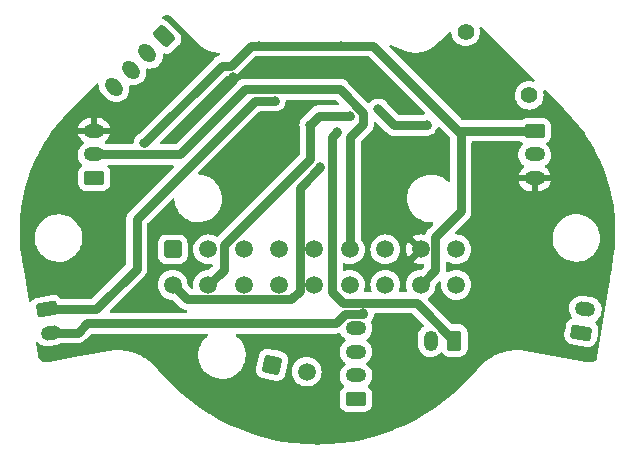
<source format=gbl>
%TF.GenerationSoftware,KiCad,Pcbnew,(6.0.1)*%
%TF.CreationDate,2022-01-25T15:54:23+01:00*%
%TF.ProjectId,v0_miniAB_batboard,76305f6d-696e-4694-9142-5f626174626f,rev?*%
%TF.SameCoordinates,Original*%
%TF.FileFunction,Copper,L2,Bot*%
%TF.FilePolarity,Positive*%
%FSLAX46Y46*%
G04 Gerber Fmt 4.6, Leading zero omitted, Abs format (unit mm)*
G04 Created by KiCad (PCBNEW (6.0.1)) date 2022-01-25 15:54:23*
%MOMM*%
%LPD*%
G01*
G04 APERTURE LIST*
G04 Aperture macros list*
%AMRoundRect*
0 Rectangle with rounded corners*
0 $1 Rounding radius*
0 $2 $3 $4 $5 $6 $7 $8 $9 X,Y pos of 4 corners*
0 Add a 4 corners polygon primitive as box body*
4,1,4,$2,$3,$4,$5,$6,$7,$8,$9,$2,$3,0*
0 Add four circle primitives for the rounded corners*
1,1,$1+$1,$2,$3*
1,1,$1+$1,$4,$5*
1,1,$1+$1,$6,$7*
1,1,$1+$1,$8,$9*
0 Add four rect primitives between the rounded corners*
20,1,$1+$1,$2,$3,$4,$5,0*
20,1,$1+$1,$4,$5,$6,$7,0*
20,1,$1+$1,$6,$7,$8,$9,0*
20,1,$1+$1,$8,$9,$2,$3,0*%
%AMHorizOval*
0 Thick line with rounded ends*
0 $1 width*
0 $2 $3 position (X,Y) of the first rounded end (center of the circle)*
0 $4 $5 position (X,Y) of the second rounded end (center of the circle)*
0 Add line between two ends*
20,1,$1,$2,$3,$4,$5,0*
0 Add two circle primitives to create the rounded ends*
1,1,$1,$2,$3*
1,1,$1,$4,$5*%
G04 Aperture macros list end*
%TA.AperFunction,ComponentPad*%
%ADD10RoundRect,0.250000X0.395409X-0.586218X0.586218X0.395409X-0.395409X0.586218X-0.586218X-0.395409X0*%
%TD*%
%TA.AperFunction,ComponentPad*%
%ADD11C,1.500000*%
%TD*%
%TA.AperFunction,ComponentPad*%
%ADD12RoundRect,0.250000X0.625000X-0.350000X0.625000X0.350000X-0.625000X0.350000X-0.625000X-0.350000X0*%
%TD*%
%TA.AperFunction,ComponentPad*%
%ADD13O,1.750000X1.200000*%
%TD*%
%TA.AperFunction,ComponentPad*%
%ADD14RoundRect,0.249999X0.350001X0.625001X-0.350001X0.625001X-0.350001X-0.625001X0.350001X-0.625001X0*%
%TD*%
%TA.AperFunction,ComponentPad*%
%ADD15O,1.200000X1.750000*%
%TD*%
%TA.AperFunction,ComponentPad*%
%ADD16RoundRect,0.249999X-0.625001X0.350001X-0.625001X-0.350001X0.625001X-0.350001X0.625001X0.350001X0*%
%TD*%
%TA.AperFunction,ComponentPad*%
%ADD17RoundRect,0.249999X0.625001X-0.350001X0.625001X0.350001X-0.625001X0.350001X-0.625001X-0.350001X0*%
%TD*%
%TA.AperFunction,ComponentPad*%
%ADD18RoundRect,0.250001X-0.499999X-0.499999X0.499999X-0.499999X0.499999X0.499999X-0.499999X0.499999X0*%
%TD*%
%TA.AperFunction,ComponentPad*%
%ADD19RoundRect,0.249999X-0.194454X0.689431X-0.689431X0.194454X0.194454X-0.689431X0.689431X-0.194454X0*%
%TD*%
%TA.AperFunction,ComponentPad*%
%ADD20HorizOval,1.200000X-0.194454X0.194454X0.194454X-0.194454X0*%
%TD*%
%TA.AperFunction,ComponentPad*%
%ADD21RoundRect,0.249999X-0.676283X0.236153X-0.554729X-0.453214X0.676283X-0.236153X0.554729X0.453214X0*%
%TD*%
%TA.AperFunction,ComponentPad*%
%ADD22HorizOval,1.200000X-0.270822X-0.047753X0.270822X0.047753X0*%
%TD*%
%TA.AperFunction,ComponentPad*%
%ADD23RoundRect,0.249999X0.554729X-0.453214X0.676283X0.236153X-0.554729X0.453214X-0.676283X-0.236153X0*%
%TD*%
%TA.AperFunction,ComponentPad*%
%ADD24HorizOval,1.200000X-0.270822X0.047753X0.270822X-0.047753X0*%
%TD*%
%TA.AperFunction,ComponentPad*%
%ADD25C,1.400000*%
%TD*%
%TA.AperFunction,ComponentPad*%
%ADD26HorizOval,1.400000X0.000000X0.000000X0.000000X0.000000X0*%
%TD*%
%TA.AperFunction,ViaPad*%
%ADD27C,0.800000*%
%TD*%
%TA.AperFunction,Conductor*%
%ADD28C,0.750000*%
%TD*%
G04 APERTURE END LIST*
D10*
%TO.P,J2,1,Pin_1*%
%TO.N,+24V*%
X96260000Y-110730000D03*
D11*
%TO.P,J2,2,Pin_2*%
%TO.N,/heat_gnd*%
X99204882Y-111302427D03*
%TD*%
D12*
%TO.P,J3,1,Pin_1*%
%TO.N,/therm0*%
X103370000Y-113630000D03*
D13*
%TO.P,J3,2,Pin_2*%
%TO.N,/therm1*%
X103370000Y-111630000D03*
%TO.P,J3,3,Pin_3*%
%TO.N,/therm2*%
X103370000Y-109630000D03*
%TO.P,J3,4,Pin_4*%
%TO.N,/therm3*%
X103370000Y-107630000D03*
%TD*%
D14*
%TO.P,J6,1,Pin_1*%
%TO.N,/VFAN1*%
X111710000Y-108680000D03*
D15*
%TO.P,J6,2,Pin_2*%
%TO.N,/fan1*%
X109710000Y-108680000D03*
%TD*%
D16*
%TO.P,J7,1,Pin_1*%
%TO.N,+5V*%
X118500000Y-90925000D03*
D13*
%TO.P,J7,2,Pin_2*%
%TO.N,/sw0*%
X118500000Y-92925000D03*
%TO.P,J7,3,Pin_3*%
%TO.N,GND*%
X118500000Y-94925000D03*
%TD*%
D17*
%TO.P,J8,1,Pin_1*%
%TO.N,+5V*%
X81200000Y-94925000D03*
D13*
%TO.P,J8,2,Pin_2*%
%TO.N,/sw1*%
X81200000Y-92925000D03*
%TO.P,J8,3,Pin_3*%
%TO.N,GND*%
X81200000Y-90925000D03*
%TD*%
D18*
%TO.P,J9,1,Pin_1*%
%TO.N,/ctherm0*%
X87850000Y-100960000D03*
D11*
%TO.P,J9,2,Pin_2*%
%TO.N,/A+*%
X90850000Y-100960000D03*
%TO.P,J9,3,Pin_3*%
%TO.N,/A-*%
X93850000Y-100960000D03*
%TO.P,J9,4,Pin_4*%
%TO.N,/B+*%
X96850000Y-100960000D03*
%TO.P,J9,5,Pin_5*%
%TO.N,/B-*%
X99850000Y-100960000D03*
%TO.P,J9,6,Pin_6*%
%TO.N,/sw1*%
X102850000Y-100960000D03*
%TO.P,J9,7,Pin_7*%
%TO.N,/fan0*%
X105850000Y-100960000D03*
%TO.P,J9,8,Pin_8*%
%TO.N,GND*%
X108850000Y-100960000D03*
%TO.P,J9,9,Pin_9*%
%TO.N,/sw0*%
X111850000Y-100960000D03*
%TO.P,J9,10,Pin_10*%
%TO.N,/ctherm1*%
X87850000Y-103960000D03*
%TO.P,J9,11,Pin_11*%
%TO.N,+24V*%
X90850000Y-103960000D03*
%TO.P,J9,12,Pin_12*%
%TO.N,/heat_gnd*%
X93850000Y-103960000D03*
%TO.P,J9,13,Pin_13*%
%TO.N,/therm0*%
X96850000Y-103960000D03*
%TO.P,J9,14,Pin_14*%
%TO.N,/therm1*%
X99850000Y-103960000D03*
%TO.P,J9,15,Pin_15*%
%TO.N,/therm3*%
X102850000Y-103960000D03*
%TO.P,J9,16,Pin_16*%
%TO.N,/therm2*%
X105850000Y-103960000D03*
%TO.P,J9,17,Pin_17*%
%TO.N,+5V*%
X108850000Y-103960000D03*
%TO.P,J9,18,Pin_18*%
%TO.N,/fan1*%
X111850000Y-103960000D03*
%TD*%
D19*
%TO.P,J1,1,Pin_1*%
%TO.N,/B-*%
X87130000Y-82930000D03*
D20*
%TO.P,J1,2,Pin_2*%
%TO.N,/B+*%
X85715786Y-84344214D03*
%TO.P,J1,3,Pin_3*%
%TO.N,/A-*%
X84301573Y-85758427D03*
%TO.P,J1,4,Pin_4*%
%TO.N,/A+*%
X82887359Y-87172641D03*
%TD*%
D21*
%TO.P,J4,1,Pin_1*%
%TO.N,/VFAN0*%
X77190000Y-106030000D03*
D22*
%TO.P,J4,2,Pin_2*%
%TO.N,/fan0*%
X77537296Y-107999616D03*
%TD*%
D23*
%TO.P,J5,1,Pin_1*%
%TO.N,/VFAN0*%
X122450000Y-108000000D03*
D24*
%TO.P,J5,2,Pin_2*%
%TO.N,/fan0*%
X122797296Y-106030384D03*
%TD*%
D25*
%TO.P,TH1,1*%
%TO.N,/ctherm0*%
X112655924Y-82530924D03*
D26*
%TO.P,TH1,2*%
%TO.N,/ctherm1*%
X118044078Y-87919078D03*
%TD*%
D27*
%TO.N,/fan0*%
X104000000Y-106360000D03*
%TO.N,+5V*%
X102099988Y-83700000D03*
X95199994Y-83700000D03*
X85450000Y-91950000D03*
%TO.N,GND*%
X87550000Y-108700000D03*
X95900000Y-116450000D03*
X94450000Y-112900000D03*
X104400000Y-116450000D03*
X108100000Y-112500000D03*
X113900000Y-108100000D03*
X119450000Y-105800000D03*
X108550000Y-85500000D03*
X98000000Y-89200000D03*
X87700000Y-98000000D03*
X93000000Y-86400000D03*
X100200000Y-85200000D03*
X100800000Y-112800000D03*
X106300000Y-107850000D03*
X110400000Y-105400000D03*
X81800000Y-108700000D03*
X119450000Y-109200000D03*
X114475000Y-88825000D03*
X77350000Y-94450000D03*
X114475000Y-101025000D03*
X104625000Y-99225000D03*
X110675000Y-93950000D03*
X121575000Y-91175000D03*
X124200000Y-103000000D03*
X90800000Y-84600000D03*
X81925000Y-97975000D03*
X86100000Y-103950000D03*
X106675000Y-88400000D03*
X75950000Y-103325000D03*
%TO.N,+24V*%
X99500000Y-90400000D03*
X102859377Y-89638251D03*
%TO.N,/VFAN0*%
X96499993Y-88375010D03*
%TO.N,/VFAN1*%
X101750000Y-91050000D03*
%TO.N,/ctherm1*%
X105275000Y-89100000D03*
X100350000Y-94025000D03*
X109350000Y-90425000D03*
%TD*%
D28*
%TO.N,/fan0*%
X102430480Y-106449520D02*
X104000000Y-106449520D01*
X80600000Y-107200000D02*
X101680000Y-107200000D01*
X101680000Y-107200000D02*
X102430480Y-106449520D01*
X77537296Y-107999616D02*
X79800384Y-107999616D01*
X79800384Y-107999616D02*
X80600000Y-107200000D01*
%TO.N,+5V*%
X118500000Y-90925000D02*
X112025000Y-90925000D01*
X104800000Y-83700000D02*
X111962500Y-90862500D01*
X110100000Y-99900000D02*
X110100000Y-102710000D01*
X102099988Y-83700000D02*
X104800000Y-83700000D01*
X110100000Y-102710000D02*
X108850000Y-103960000D01*
X112025000Y-90925000D02*
X111962500Y-90862500D01*
X94500000Y-83700000D02*
X95199994Y-83700000D01*
X92800000Y-85400000D02*
X94500000Y-83700000D01*
X95199994Y-83700000D02*
X102099988Y-83700000D01*
X92000000Y-85400000D02*
X92800000Y-85400000D01*
X112250000Y-91150000D02*
X112250000Y-97750000D01*
X112250000Y-97750000D02*
X110100000Y-99900000D01*
X85450000Y-91950000D02*
X92000000Y-85400000D01*
X111962500Y-90862500D02*
X112250000Y-91150000D01*
%TO.N,GND*%
X86100000Y-104000000D02*
X86100000Y-103950000D01*
%TO.N,/sw1*%
X88465000Y-92925000D02*
X81200000Y-92925000D01*
X102880000Y-100990000D02*
X102880000Y-91470000D01*
X104000000Y-90350000D02*
X104000000Y-89400000D01*
X102880000Y-91470000D02*
X104000000Y-90350000D01*
X93990000Y-87400000D02*
X88465000Y-92925000D01*
X104000000Y-89400000D02*
X102000000Y-87400000D01*
X102000000Y-87400000D02*
X93990000Y-87400000D01*
%TO.N,+24V*%
X92205010Y-102664990D02*
X92205010Y-100575992D01*
X100261749Y-89638251D02*
X102859377Y-89638251D01*
X99500000Y-93281002D02*
X99500000Y-90400000D01*
X90880000Y-103990000D02*
X92205010Y-102664990D01*
X99500000Y-90400000D02*
X100261749Y-89638251D01*
X92205010Y-100575992D02*
X99500000Y-93281002D01*
%TO.N,/VFAN0*%
X77190000Y-106030000D02*
X81370000Y-106030000D01*
X94824990Y-88375010D02*
X96499993Y-88375010D01*
X81370000Y-106030000D02*
X84800010Y-102599990D01*
X84800010Y-98399990D02*
X94824990Y-88375010D01*
X84800010Y-102599990D02*
X84800010Y-98399990D01*
%TO.N,/VFAN1*%
X108515489Y-105485489D02*
X111710000Y-108680000D01*
X102235489Y-105485489D02*
X108515489Y-105485489D01*
X101350001Y-91449999D02*
X101350001Y-104600001D01*
X101750000Y-91050000D02*
X101350001Y-91449999D01*
X101350001Y-104600001D02*
X102235489Y-105485489D01*
%TO.N,/ctherm1*%
X105275000Y-89100000D02*
X106575000Y-90400000D01*
X106600000Y-90425000D02*
X106625000Y-90450000D01*
X89074511Y-105184511D02*
X97908188Y-105184511D01*
X106625000Y-90450000D02*
X109325000Y-90450000D01*
X97908188Y-105184511D02*
X98625489Y-104467210D01*
X87850000Y-103960000D02*
X89074511Y-105184511D01*
X106575000Y-90400000D02*
X106600000Y-90425000D01*
X109325000Y-90450000D02*
X109350000Y-90425000D01*
X98625489Y-95749511D02*
X100350000Y-94025000D01*
X98625489Y-104467210D02*
X98625489Y-95749511D01*
%TD*%
%TA.AperFunction,Conductor*%
%TO.N,GND*%
G36*
X114004941Y-82090614D02*
G01*
X114038982Y-82114854D01*
X118460217Y-86536037D01*
X118494242Y-86598349D01*
X118489178Y-86669165D01*
X118446632Y-86726001D01*
X118380111Y-86750812D01*
X118338511Y-86746840D01*
X118260048Y-86725816D01*
X118260046Y-86725816D01*
X118254733Y-86724392D01*
X118044078Y-86705962D01*
X117833423Y-86724392D01*
X117828110Y-86725816D01*
X117828108Y-86725816D01*
X117634478Y-86777699D01*
X117634476Y-86777700D01*
X117629168Y-86779122D01*
X117624187Y-86781444D01*
X117624186Y-86781445D01*
X117442501Y-86866166D01*
X117442498Y-86866168D01*
X117437520Y-86868489D01*
X117264302Y-86989777D01*
X117114777Y-87139302D01*
X116993489Y-87312520D01*
X116904122Y-87504168D01*
X116902700Y-87509476D01*
X116902699Y-87509478D01*
X116854275Y-87690198D01*
X116849392Y-87708423D01*
X116830962Y-87919078D01*
X116849392Y-88129733D01*
X116850816Y-88135046D01*
X116850816Y-88135048D01*
X116876582Y-88231206D01*
X116904122Y-88333988D01*
X116906444Y-88338969D01*
X116906445Y-88338970D01*
X116972154Y-88479882D01*
X116993489Y-88525636D01*
X117114777Y-88698854D01*
X117264302Y-88848379D01*
X117437520Y-88969667D01*
X117442498Y-88971988D01*
X117442501Y-88971990D01*
X117624186Y-89056711D01*
X117629168Y-89059034D01*
X117634476Y-89060456D01*
X117634478Y-89060457D01*
X117828108Y-89112340D01*
X117828110Y-89112340D01*
X117833423Y-89113764D01*
X118044078Y-89132194D01*
X118254733Y-89113764D01*
X118260046Y-89112340D01*
X118260048Y-89112340D01*
X118453678Y-89060457D01*
X118453680Y-89060456D01*
X118458988Y-89059034D01*
X118463970Y-89056711D01*
X118645655Y-88971990D01*
X118645658Y-88971988D01*
X118650636Y-88969667D01*
X118823854Y-88848379D01*
X118973379Y-88698854D01*
X119094667Y-88525636D01*
X119116003Y-88479882D01*
X119181711Y-88338970D01*
X119181712Y-88338969D01*
X119184034Y-88333988D01*
X119211575Y-88231206D01*
X119237340Y-88135048D01*
X119237340Y-88135046D01*
X119238764Y-88129733D01*
X119257194Y-87919078D01*
X119238764Y-87708423D01*
X119231476Y-87681223D01*
X119216312Y-87624628D01*
X119218002Y-87553652D01*
X119257797Y-87494856D01*
X119323061Y-87466909D01*
X119393075Y-87478683D01*
X119427111Y-87502920D01*
X120963606Y-89039397D01*
X121043871Y-89119661D01*
X121051482Y-89129187D01*
X121051852Y-89128872D01*
X121057671Y-89135709D01*
X121062461Y-89143301D01*
X121069191Y-89149245D01*
X121069192Y-89149246D01*
X121095449Y-89172436D01*
X121103771Y-89180496D01*
X121689047Y-89802028D01*
X121694052Y-89807672D01*
X122209210Y-90425000D01*
X122244203Y-90466933D01*
X122248841Y-90472841D01*
X122735018Y-91131636D01*
X122755987Y-91160050D01*
X122760248Y-91166198D01*
X122871140Y-91336805D01*
X123223700Y-91879215D01*
X123227575Y-91885581D01*
X123287997Y-91991796D01*
X123615950Y-92568299D01*
X123646682Y-92622323D01*
X123650157Y-92628874D01*
X123809523Y-92951950D01*
X124024219Y-93387195D01*
X124027300Y-93393932D01*
X124199620Y-93802135D01*
X124355635Y-94171712D01*
X124355635Y-94171713D01*
X124358308Y-94178604D01*
X124531026Y-94665732D01*
X124640216Y-94973686D01*
X124642481Y-94980723D01*
X124877271Y-95790956D01*
X124879121Y-95798118D01*
X125066111Y-96621389D01*
X125067538Y-96628658D01*
X125103636Y-96846061D01*
X125195312Y-97398193D01*
X125206037Y-97462787D01*
X125207036Y-97470141D01*
X125294463Y-98295123D01*
X125296361Y-98313036D01*
X125296927Y-98320462D01*
X125303397Y-98459734D01*
X125336391Y-99169968D01*
X125336516Y-99177449D01*
X125325438Y-100031431D01*
X125325117Y-100038939D01*
X125317963Y-100137262D01*
X125262800Y-100895356D01*
X125262026Y-100902867D01*
X125232286Y-101125882D01*
X125146721Y-101767527D01*
X125146522Y-101769017D01*
X125145970Y-101772730D01*
X125016814Y-102560088D01*
X124925832Y-103114732D01*
X124922211Y-103130439D01*
X124915487Y-103152921D01*
X124915486Y-103152925D01*
X124912915Y-103161523D01*
X124912860Y-103170497D01*
X124912860Y-103170498D01*
X124912711Y-103194890D01*
X124911630Y-103210606D01*
X124895433Y-103333334D01*
X124892103Y-103358563D01*
X124891998Y-103359336D01*
X124888571Y-103383897D01*
X124866150Y-103544580D01*
X124866016Y-103545515D01*
X124838801Y-103730410D01*
X124838657Y-103731360D01*
X124816393Y-103875014D01*
X124812597Y-103891819D01*
X124804112Y-103920190D01*
X124804057Y-103929166D01*
X124804057Y-103929167D01*
X124803964Y-103944362D01*
X124802358Y-103963654D01*
X124474550Y-105996075D01*
X123818571Y-110063161D01*
X123816837Y-110073911D01*
X123813161Y-110089952D01*
X123806684Y-110111606D01*
X123806683Y-110111614D01*
X123804112Y-110120210D01*
X123804063Y-110128174D01*
X123799317Y-110147940D01*
X123795016Y-110160787D01*
X123793042Y-110166256D01*
X123786896Y-110182126D01*
X123786439Y-110183305D01*
X123784198Y-110188714D01*
X123776872Y-110205296D01*
X123774402Y-110210555D01*
X123766386Y-110226648D01*
X123763681Y-110231779D01*
X123754968Y-110247423D01*
X123752056Y-110252382D01*
X123742668Y-110267564D01*
X123739542Y-110272370D01*
X123729508Y-110287058D01*
X123726180Y-110291701D01*
X123715481Y-110305932D01*
X123711973Y-110310386D01*
X123708915Y-110314094D01*
X123705861Y-110317797D01*
X123700648Y-110324117D01*
X123696966Y-110328383D01*
X123684995Y-110341635D01*
X123681166Y-110345688D01*
X123668602Y-110358404D01*
X123664578Y-110362297D01*
X123651487Y-110374413D01*
X123647291Y-110378127D01*
X123633666Y-110389655D01*
X123629340Y-110393154D01*
X123624399Y-110396970D01*
X123615195Y-110404079D01*
X123610702Y-110407393D01*
X123596089Y-110417677D01*
X123591445Y-110420793D01*
X123576408Y-110430404D01*
X123571638Y-110433305D01*
X123556194Y-110442234D01*
X123551261Y-110444940D01*
X123535443Y-110453165D01*
X123530412Y-110455641D01*
X123514230Y-110463156D01*
X123509061Y-110465415D01*
X123492599Y-110472179D01*
X123487296Y-110474220D01*
X123475425Y-110478483D01*
X123470833Y-110480132D01*
X123470557Y-110480231D01*
X123465148Y-110482036D01*
X123448108Y-110487297D01*
X123442642Y-110488850D01*
X123425312Y-110493348D01*
X123419731Y-110494660D01*
X123402227Y-110498359D01*
X123396531Y-110499427D01*
X123378773Y-110502334D01*
X123373010Y-110503141D01*
X123355033Y-110505237D01*
X123349219Y-110505779D01*
X123330948Y-110507055D01*
X123325080Y-110507327D01*
X123322501Y-110507387D01*
X123306587Y-110507754D01*
X123300721Y-110507753D01*
X123281851Y-110507307D01*
X123275985Y-110507031D01*
X123249834Y-110505185D01*
X123247644Y-110505011D01*
X123216842Y-110502291D01*
X123216840Y-110502291D01*
X123211993Y-110501863D01*
X123207251Y-110502178D01*
X123205592Y-110502061D01*
X123202031Y-110502317D01*
X123202029Y-110502317D01*
X123163776Y-110505066D01*
X123163104Y-110505112D01*
X123137689Y-110506802D01*
X123132900Y-110507029D01*
X123110079Y-110507676D01*
X123105304Y-110507721D01*
X123090960Y-110507581D01*
X123082541Y-110507499D01*
X123077750Y-110507361D01*
X123055030Y-110506274D01*
X123050242Y-110505954D01*
X123027571Y-110504002D01*
X123022795Y-110503498D01*
X123000267Y-110500690D01*
X122995506Y-110500004D01*
X122975741Y-110496770D01*
X122965191Y-110494577D01*
X122962929Y-110494005D01*
X122958321Y-110492452D01*
X122928629Y-110487339D01*
X122925015Y-110486661D01*
X122898513Y-110481276D01*
X122894046Y-110481015D01*
X122889599Y-110480437D01*
X122889618Y-110480290D01*
X122883837Y-110479625D01*
X117238925Y-109507557D01*
X117235506Y-109506744D01*
X117232358Y-109505265D01*
X117225226Y-109504155D01*
X117218623Y-109501276D01*
X117209723Y-109500143D01*
X117209715Y-109500141D01*
X117159356Y-109493731D01*
X117153886Y-109492913D01*
X117153752Y-109492890D01*
X117132568Y-109489242D01*
X117129481Y-109489155D01*
X117126985Y-109488836D01*
X117126700Y-109488814D01*
X117121883Y-109488064D01*
X117117005Y-109488064D01*
X117114536Y-109487873D01*
X117114521Y-109487871D01*
X117112537Y-109487773D01*
X117107712Y-109487159D01*
X117094034Y-109487540D01*
X117086685Y-109487745D01*
X117079611Y-109487744D01*
X117055575Y-109487064D01*
X117023946Y-109486169D01*
X117015262Y-109488444D01*
X117006345Y-109489465D01*
X117006261Y-109488733D01*
X116995302Y-109490291D01*
X116876832Y-109493591D01*
X116864398Y-109493323D01*
X116861180Y-109493094D01*
X116861164Y-109493094D01*
X116856309Y-109492749D01*
X116834439Y-109494579D01*
X116827461Y-109494967D01*
X116813083Y-109495368D01*
X116813082Y-109495368D01*
X116808601Y-109495493D01*
X116802954Y-109496463D01*
X116799822Y-109497001D01*
X116789000Y-109498380D01*
X116717195Y-109504388D01*
X116627434Y-109511897D01*
X116614975Y-109512321D01*
X116606928Y-109512195D01*
X116599415Y-109513245D01*
X116585109Y-109515244D01*
X116578176Y-109516018D01*
X116563819Y-109517219D01*
X116563816Y-109517219D01*
X116559351Y-109517593D01*
X116554986Y-109518595D01*
X116554976Y-109518597D01*
X116550762Y-109519565D01*
X116540004Y-109521548D01*
X116380552Y-109543832D01*
X116368096Y-109544946D01*
X116365009Y-109545068D01*
X116364994Y-109545070D01*
X116360133Y-109545262D01*
X116355354Y-109546201D01*
X116355355Y-109546201D01*
X116338447Y-109549523D01*
X116331593Y-109550674D01*
X116317246Y-109552679D01*
X116317245Y-109552679D01*
X116312810Y-109553299D01*
X116304395Y-109555729D01*
X116293754Y-109558306D01*
X116136679Y-109589171D01*
X116124300Y-109590970D01*
X116116432Y-109591716D01*
X116111715Y-109592915D01*
X116111712Y-109592916D01*
X116094975Y-109597172D01*
X116088219Y-109598693D01*
X116073931Y-109601501D01*
X116073923Y-109601503D01*
X116069532Y-109602366D01*
X116065309Y-109603842D01*
X116065306Y-109603843D01*
X116061320Y-109605236D01*
X116050802Y-109608405D01*
X115896407Y-109647667D01*
X115884115Y-109650148D01*
X115876355Y-109651316D01*
X115855151Y-109657964D01*
X115848567Y-109659832D01*
X115830027Y-109664547D01*
X115822038Y-109667843D01*
X115811697Y-109671589D01*
X115737313Y-109694912D01*
X115660211Y-109719087D01*
X115648052Y-109722243D01*
X115645167Y-109722840D01*
X115645165Y-109722841D01*
X115640404Y-109723826D01*
X115619596Y-109731624D01*
X115613073Y-109733867D01*
X115599094Y-109738250D01*
X115599090Y-109738251D01*
X115594818Y-109739591D01*
X115587048Y-109743307D01*
X115576916Y-109747619D01*
X115511660Y-109772073D01*
X115428601Y-109803199D01*
X115416636Y-109807014D01*
X115409096Y-109809010D01*
X115404634Y-109810966D01*
X115404632Y-109810967D01*
X115388695Y-109817954D01*
X115382345Y-109820534D01*
X115364402Y-109827258D01*
X115360471Y-109829409D01*
X115360472Y-109829409D01*
X115356885Y-109831372D01*
X115346981Y-109836242D01*
X115202084Y-109899768D01*
X115190329Y-109904236D01*
X115187567Y-109905131D01*
X115187561Y-109905133D01*
X115182933Y-109906633D01*
X115163042Y-109916682D01*
X115156835Y-109919607D01*
X115139292Y-109927298D01*
X115135479Y-109929664D01*
X115135474Y-109929667D01*
X115132006Y-109931819D01*
X115122382Y-109937223D01*
X115111527Y-109942707D01*
X115000362Y-109998867D01*
X114981177Y-110008559D01*
X114969694Y-110013658D01*
X114962425Y-110016461D01*
X114958215Y-110018885D01*
X114958211Y-110018887D01*
X114943154Y-110027557D01*
X114937098Y-110030827D01*
X114923995Y-110037446D01*
X114923983Y-110037453D01*
X114919989Y-110039471D01*
X114916318Y-110042038D01*
X114916305Y-110042045D01*
X114912952Y-110044389D01*
X114903638Y-110050310D01*
X114766387Y-110129338D01*
X114755208Y-110135053D01*
X114752520Y-110136262D01*
X114752514Y-110136265D01*
X114748079Y-110138260D01*
X114729429Y-110150403D01*
X114723572Y-110153992D01*
X114706996Y-110163536D01*
X114703476Y-110166294D01*
X114703466Y-110166301D01*
X114700220Y-110168845D01*
X114691257Y-110175256D01*
X114645400Y-110205114D01*
X114558218Y-110261878D01*
X114547375Y-110268192D01*
X114540407Y-110271797D01*
X114522484Y-110284918D01*
X114516825Y-110288828D01*
X114504573Y-110296805D01*
X114504569Y-110296808D01*
X114500817Y-110299251D01*
X114497449Y-110302202D01*
X114497443Y-110302206D01*
X114494324Y-110304939D01*
X114485725Y-110311832D01*
X114357187Y-110405939D01*
X114346730Y-110412824D01*
X114339922Y-110416836D01*
X114336167Y-110419916D01*
X114336157Y-110419923D01*
X114322808Y-110430873D01*
X114317342Y-110435112D01*
X114301963Y-110446371D01*
X114295735Y-110452461D01*
X114287563Y-110459782D01*
X114163823Y-110561279D01*
X114153782Y-110568714D01*
X114147142Y-110573137D01*
X114141549Y-110578266D01*
X114130866Y-110588062D01*
X114125618Y-110592614D01*
X114114415Y-110601804D01*
X114114410Y-110601809D01*
X114110940Y-110604655D01*
X114107910Y-110607963D01*
X114105028Y-110611109D01*
X114097286Y-110618856D01*
X113978612Y-110727681D01*
X113969020Y-110735639D01*
X113962588Y-110740459D01*
X113947194Y-110756232D01*
X113942202Y-110761070D01*
X113928263Y-110773852D01*
X113925431Y-110777309D01*
X113925420Y-110777320D01*
X113922670Y-110780677D01*
X113915378Y-110788828D01*
X113802104Y-110904884D01*
X113792996Y-110913337D01*
X113786787Y-110918553D01*
X113772342Y-110935101D01*
X113767628Y-110940208D01*
X113754446Y-110953713D01*
X113749192Y-110960903D01*
X113742387Y-110969416D01*
X113643821Y-111082331D01*
X113631148Y-111094923D01*
X113627346Y-111098199D01*
X113609958Y-111113182D01*
X113605075Y-111120716D01*
X113605072Y-111120719D01*
X113594849Y-111136491D01*
X113584042Y-111150815D01*
X112965188Y-111859785D01*
X112960435Y-111864934D01*
X112287446Y-112554470D01*
X112282435Y-112559327D01*
X111575569Y-113207554D01*
X111570318Y-113212109D01*
X110831550Y-113818092D01*
X110826076Y-113822337D01*
X110057297Y-114385211D01*
X110051614Y-114389137D01*
X109254866Y-114907920D01*
X109248989Y-114911521D01*
X108426206Y-115385300D01*
X108420150Y-115388571D01*
X107573275Y-115816436D01*
X107567051Y-115819369D01*
X106698117Y-116200355D01*
X106691750Y-116202942D01*
X106434856Y-116299220D01*
X105802693Y-116536140D01*
X105796176Y-116538382D01*
X104888949Y-116822867D01*
X104882303Y-116824752D01*
X104404153Y-116946354D01*
X103958910Y-117059587D01*
X103952168Y-117061105D01*
X103014578Y-117245364D01*
X103007746Y-117246512D01*
X102057852Y-117379280D01*
X102050950Y-117380050D01*
X101090770Y-117460393D01*
X101083804Y-117460781D01*
X100454214Y-117478324D01*
X100115217Y-117487769D01*
X100108199Y-117487769D01*
X99768796Y-117478312D01*
X99139603Y-117460781D01*
X99132637Y-117460393D01*
X98172465Y-117380052D01*
X98165564Y-117379282D01*
X97215655Y-117246511D01*
X97208822Y-117245363D01*
X96271240Y-117061105D01*
X96264498Y-117059587D01*
X95819382Y-116946387D01*
X95341095Y-116824750D01*
X95334450Y-116822865D01*
X94427237Y-116538385D01*
X94420718Y-116536143D01*
X93531655Y-116202942D01*
X93525279Y-116200351D01*
X92656364Y-115819373D01*
X92650140Y-115816440D01*
X91803250Y-115388568D01*
X91797194Y-115385297D01*
X91516154Y-115223467D01*
X90974409Y-114911517D01*
X90968539Y-114907920D01*
X90692982Y-114728498D01*
X90171786Y-114389135D01*
X90166104Y-114385210D01*
X89824175Y-114134861D01*
X89397326Y-113822337D01*
X89391855Y-113818094D01*
X88653082Y-113212104D01*
X88647831Y-113207549D01*
X87940976Y-112559334D01*
X87935965Y-112554477D01*
X87262968Y-111864931D01*
X87258215Y-111859782D01*
X86641909Y-111153732D01*
X86630272Y-111138110D01*
X86622332Y-111125526D01*
X86622330Y-111125523D01*
X86617540Y-111117932D01*
X86593633Y-111096818D01*
X86582120Y-111085238D01*
X86580216Y-111083056D01*
X86483534Y-110972299D01*
X86475823Y-110962530D01*
X86471125Y-110955933D01*
X86467726Y-110952451D01*
X86467723Y-110952447D01*
X86455798Y-110940230D01*
X86451043Y-110935079D01*
X86441603Y-110924264D01*
X86441601Y-110924262D01*
X86438655Y-110920887D01*
X86435264Y-110917967D01*
X86435256Y-110917959D01*
X86431912Y-110915080D01*
X86423962Y-110907611D01*
X86310702Y-110791569D01*
X86302441Y-110782221D01*
X86300470Y-110779754D01*
X86300465Y-110779748D01*
X86297427Y-110775947D01*
X86281199Y-110761065D01*
X86276204Y-110756223D01*
X86266112Y-110745883D01*
X86266107Y-110745878D01*
X86262984Y-110742679D01*
X86255978Y-110737294D01*
X86247606Y-110730260D01*
X86128949Y-110621451D01*
X86120171Y-110612561D01*
X86114859Y-110606618D01*
X86107956Y-110600956D01*
X86097797Y-110592622D01*
X86092552Y-110588073D01*
X86081856Y-110578266D01*
X86081853Y-110578264D01*
X86078547Y-110575232D01*
X86074845Y-110572700D01*
X86071323Y-110570291D01*
X86062549Y-110563712D01*
X85938789Y-110462200D01*
X85929523Y-110453795D01*
X85923941Y-110448202D01*
X85906073Y-110435120D01*
X85900600Y-110430877D01*
X85899343Y-110429846D01*
X85885876Y-110418800D01*
X85878444Y-110414297D01*
X85869302Y-110408198D01*
X85740768Y-110314094D01*
X85731018Y-110306181D01*
X85728803Y-110304192D01*
X85728801Y-110304191D01*
X85725184Y-110300943D01*
X85712200Y-110292489D01*
X85706594Y-110288839D01*
X85700912Y-110284914D01*
X85689111Y-110276274D01*
X85685497Y-110273628D01*
X85681537Y-110271517D01*
X85677873Y-110269564D01*
X85668392Y-110263966D01*
X85535352Y-110177344D01*
X85525187Y-110169979D01*
X85519093Y-110165082D01*
X85502992Y-110155811D01*
X85499821Y-110153985D01*
X85493947Y-110150386D01*
X85477922Y-110139952D01*
X85470110Y-110136323D01*
X85460353Y-110131260D01*
X85323069Y-110052213D01*
X85312510Y-110045409D01*
X85310139Y-110043708D01*
X85310132Y-110043704D01*
X85306180Y-110040869D01*
X85301836Y-110038675D01*
X85301832Y-110038672D01*
X85286338Y-110030845D01*
X85280280Y-110027575D01*
X85267543Y-110020241D01*
X85267542Y-110020240D01*
X85263663Y-110018007D01*
X85258524Y-110015953D01*
X85255687Y-110014819D01*
X85245637Y-110010282D01*
X85104437Y-109938949D01*
X85093515Y-109932729D01*
X85091055Y-109931161D01*
X85091049Y-109931158D01*
X85086948Y-109928543D01*
X85073863Y-109922806D01*
X85066567Y-109919607D01*
X85060352Y-109916678D01*
X85047233Y-109910051D01*
X85047230Y-109910050D01*
X85043234Y-109908031D01*
X85036550Y-109905775D01*
X85035115Y-109905290D01*
X85024826Y-109901307D01*
X84905700Y-109849080D01*
X84879936Y-109837784D01*
X84868687Y-109832168D01*
X84867763Y-109831647D01*
X84861901Y-109828345D01*
X84857343Y-109826637D01*
X84857339Y-109826635D01*
X84841060Y-109820534D01*
X84834690Y-109817946D01*
X84821258Y-109812058D01*
X84821251Y-109812055D01*
X84817144Y-109810255D01*
X84808874Y-109807958D01*
X84798396Y-109804547D01*
X84690117Y-109763970D01*
X84650076Y-109748964D01*
X84638557Y-109743979D01*
X84635915Y-109742676D01*
X84635907Y-109742673D01*
X84631539Y-109740518D01*
X84610323Y-109733866D01*
X84603816Y-109731628D01*
X84590102Y-109726489D01*
X84590097Y-109726488D01*
X84585898Y-109724914D01*
X84581519Y-109723952D01*
X84581513Y-109723950D01*
X84577503Y-109723069D01*
X84566850Y-109720235D01*
X84415350Y-109672733D01*
X84403585Y-109668389D01*
X84396375Y-109665311D01*
X84391660Y-109664112D01*
X84391654Y-109664110D01*
X84374864Y-109659841D01*
X84368218Y-109657955D01*
X84354284Y-109653586D01*
X84350001Y-109652243D01*
X84341464Y-109650852D01*
X84330697Y-109648609D01*
X84176298Y-109609346D01*
X84164349Y-109605667D01*
X84156907Y-109602963D01*
X84135175Y-109598693D01*
X84128430Y-109597174D01*
X84109969Y-109592479D01*
X84101314Y-109591551D01*
X84090472Y-109589908D01*
X83933405Y-109559045D01*
X83921276Y-109556029D01*
X83913658Y-109553728D01*
X83891788Y-109550671D01*
X83884938Y-109549520D01*
X83870715Y-109546726D01*
X83870713Y-109546726D01*
X83866307Y-109545860D01*
X83858122Y-109545436D01*
X83857566Y-109545407D01*
X83846648Y-109544363D01*
X83687210Y-109522081D01*
X83674954Y-109519745D01*
X83671871Y-109518997D01*
X83671867Y-109518996D01*
X83667144Y-109517851D01*
X83662297Y-109517445D01*
X83662294Y-109517445D01*
X83650196Y-109516433D01*
X83645196Y-109516015D01*
X83638269Y-109515241D01*
X83619539Y-109512624D01*
X83615056Y-109512639D01*
X83615055Y-109512639D01*
X83614501Y-109512641D01*
X83610713Y-109512654D01*
X83599798Y-109512216D01*
X83438206Y-109498698D01*
X83425863Y-109497048D01*
X83422691Y-109496463D01*
X83422687Y-109496463D01*
X83417895Y-109495579D01*
X83413024Y-109495443D01*
X83413022Y-109495443D01*
X83395948Y-109494967D01*
X83388976Y-109494579D01*
X83370185Y-109493007D01*
X83365713Y-109493270D01*
X83365709Y-109493270D01*
X83361301Y-109493529D01*
X83350395Y-109493698D01*
X83247085Y-109490820D01*
X83226665Y-109490251D01*
X83214332Y-109489299D01*
X83205683Y-109486920D01*
X83196710Y-109487064D01*
X83196709Y-109487064D01*
X83181235Y-109487313D01*
X83145911Y-109487880D01*
X83140405Y-109487847D01*
X83118785Y-109487245D01*
X83114104Y-109487783D01*
X83101751Y-109488590D01*
X83093891Y-109488716D01*
X83073133Y-109492291D01*
X83066150Y-109493293D01*
X83062621Y-109493698D01*
X83019747Y-109498623D01*
X83019743Y-109498624D01*
X83010830Y-109499648D01*
X83002560Y-109503133D01*
X82993877Y-109505412D01*
X82993689Y-109504695D01*
X82983065Y-109507800D01*
X80029217Y-110016461D01*
X77342246Y-110479165D01*
X77335882Y-110480086D01*
X77331122Y-110480275D01*
X77299598Y-110486474D01*
X77296713Y-110487006D01*
X77272555Y-110491165D01*
X77272547Y-110491167D01*
X77268139Y-110491926D01*
X77263881Y-110493303D01*
X77262928Y-110493538D01*
X77257095Y-110494830D01*
X77248286Y-110496563D01*
X77246465Y-110496921D01*
X77240112Y-110498002D01*
X77210171Y-110502314D01*
X77203809Y-110503066D01*
X77173815Y-110505839D01*
X77167441Y-110506266D01*
X77150646Y-110506963D01*
X77137411Y-110507512D01*
X77131046Y-110507615D01*
X77101062Y-110507342D01*
X77094726Y-110507124D01*
X77078524Y-110506159D01*
X77064832Y-110505343D01*
X77058514Y-110504806D01*
X77028787Y-110501527D01*
X77022511Y-110500675D01*
X76998333Y-110496770D01*
X76993005Y-110495909D01*
X76986778Y-110494742D01*
X76983623Y-110494068D01*
X76957523Y-110488493D01*
X76951384Y-110487019D01*
X76933190Y-110482166D01*
X76922451Y-110479301D01*
X76916373Y-110477515D01*
X76887865Y-110468352D01*
X76881867Y-110466256D01*
X76873653Y-110463151D01*
X76853817Y-110455653D01*
X76847921Y-110453251D01*
X76820362Y-110441208D01*
X76814582Y-110438506D01*
X76799277Y-110430873D01*
X76787604Y-110425051D01*
X76781952Y-110422051D01*
X76755549Y-110407162D01*
X76750052Y-110403875D01*
X76724266Y-110387546D01*
X76718933Y-110383975D01*
X76694034Y-110366363D01*
X76688904Y-110362534D01*
X76665112Y-110343811D01*
X76660181Y-110339723D01*
X76637450Y-110319884D01*
X76632768Y-110315584D01*
X76611141Y-110294685D01*
X76606699Y-110290169D01*
X76605445Y-110288828D01*
X76586198Y-110268248D01*
X76581986Y-110263509D01*
X76562685Y-110240663D01*
X76558716Y-110235719D01*
X76540562Y-110211896D01*
X76536864Y-110206781D01*
X76519962Y-110182123D01*
X76516528Y-110176834D01*
X76500856Y-110151306D01*
X76497691Y-110145848D01*
X76491215Y-110134004D01*
X76483334Y-110119590D01*
X76480437Y-110113960D01*
X76480401Y-110113884D01*
X76467398Y-110086967D01*
X76464797Y-110081216D01*
X76453122Y-110053572D01*
X76450801Y-110047661D01*
X76440504Y-110019370D01*
X76438473Y-110013317D01*
X76429613Y-109984510D01*
X76427893Y-109978368D01*
X76420463Y-109948964D01*
X76419051Y-109942707D01*
X76418303Y-109938949D01*
X76412025Y-109907407D01*
X76411267Y-109903229D01*
X76408735Y-109887792D01*
X76250303Y-108922053D01*
X76259013Y-108851594D01*
X76304435Y-108797028D01*
X76372146Y-108775681D01*
X76440649Y-108794330D01*
X76463191Y-108812018D01*
X76555246Y-108902955D01*
X76562682Y-108910301D01*
X76738556Y-109027817D01*
X76744078Y-109030144D01*
X76744080Y-109030145D01*
X76836018Y-109068887D01*
X76933479Y-109109956D01*
X76939346Y-109111198D01*
X76939347Y-109111198D01*
X77134543Y-109152510D01*
X77134545Y-109152510D01*
X77140417Y-109153753D01*
X77146417Y-109153863D01*
X77347373Y-109157547D01*
X77347374Y-109157547D01*
X77351903Y-109157630D01*
X77357427Y-109156932D01*
X78052650Y-109034346D01*
X78159359Y-109004853D01*
X78199579Y-108993737D01*
X78199581Y-108993736D01*
X78205360Y-108992139D01*
X78394905Y-108898255D01*
X78395657Y-108899773D01*
X78454133Y-108883116D01*
X79720927Y-108883116D01*
X79740639Y-108884667D01*
X79753891Y-108886766D01*
X79760478Y-108886421D01*
X79760482Y-108886421D01*
X79820234Y-108883289D01*
X79826829Y-108883116D01*
X79846690Y-108883116D01*
X79866453Y-108881039D01*
X79873012Y-108880523D01*
X79888811Y-108879695D01*
X79932761Y-108877392D01*
X79932765Y-108877391D01*
X79939355Y-108877046D01*
X79952313Y-108873574D01*
X79971756Y-108869971D01*
X79972179Y-108869927D01*
X79985086Y-108868570D01*
X80048278Y-108848038D01*
X80054580Y-108846172D01*
X80112369Y-108830687D01*
X80118747Y-108828978D01*
X80124626Y-108825982D01*
X80124635Y-108825979D01*
X80130701Y-108822888D01*
X80148963Y-108815324D01*
X80155427Y-108813224D01*
X80155435Y-108813221D01*
X80161715Y-108811180D01*
X80167434Y-108807878D01*
X80167439Y-108807876D01*
X80219251Y-108777962D01*
X80225021Y-108774829D01*
X80284223Y-108744663D01*
X80294643Y-108736225D01*
X80310936Y-108725027D01*
X80311287Y-108724825D01*
X80322553Y-108718320D01*
X80327459Y-108713903D01*
X80327464Y-108713899D01*
X80371922Y-108673869D01*
X80376938Y-108669585D01*
X80389793Y-108659175D01*
X80389796Y-108659172D01*
X80392370Y-108657088D01*
X80406415Y-108643043D01*
X80411200Y-108638502D01*
X80455658Y-108598472D01*
X80455659Y-108598471D01*
X80460569Y-108594050D01*
X80465529Y-108587224D01*
X80468452Y-108583200D01*
X80481292Y-108568166D01*
X80929052Y-108120405D01*
X80991365Y-108086380D01*
X81018148Y-108083500D01*
X90722568Y-108083500D01*
X90790689Y-108103502D01*
X90837182Y-108157158D01*
X90847286Y-108227432D01*
X90817792Y-108292012D01*
X90796630Y-108311435D01*
X90725179Y-108363347D01*
X90722015Y-108366403D01*
X90722012Y-108366405D01*
X90645697Y-108440102D01*
X90523119Y-108558474D01*
X90389121Y-108729984D01*
X90368703Y-108756119D01*
X90350183Y-108779823D01*
X90347987Y-108783627D01*
X90347982Y-108783634D01*
X90238366Y-108973496D01*
X90209735Y-109023086D01*
X90104509Y-109283529D01*
X90103444Y-109287802D01*
X90103443Y-109287804D01*
X90037759Y-109551249D01*
X90036554Y-109556081D01*
X90036095Y-109560449D01*
X90036094Y-109560454D01*
X90007652Y-109831069D01*
X90007193Y-109835438D01*
X90007346Y-109839826D01*
X90007346Y-109839832D01*
X90016837Y-110111606D01*
X90016996Y-110116163D01*
X90017758Y-110120486D01*
X90017759Y-110120493D01*
X90044377Y-110271447D01*
X90065773Y-110392792D01*
X90152574Y-110659940D01*
X90154502Y-110663893D01*
X90154504Y-110663898D01*
X90208133Y-110773852D01*
X90275711Y-110912407D01*
X90278166Y-110916046D01*
X90278169Y-110916052D01*
X90320516Y-110978833D01*
X90432786Y-111145281D01*
X90435731Y-111148552D01*
X90435732Y-111148553D01*
X90514787Y-111236352D01*
X90620742Y-111354027D01*
X90624104Y-111356848D01*
X90624105Y-111356849D01*
X90650959Y-111379382D01*
X90835921Y-111534584D01*
X91074135Y-111683436D01*
X91330746Y-111797687D01*
X91334974Y-111798899D01*
X91334973Y-111798899D01*
X91547299Y-111859782D01*
X91600761Y-111875112D01*
X91605111Y-111875723D01*
X91605114Y-111875724D01*
X91690984Y-111887792D01*
X91878923Y-111914205D01*
X92089517Y-111914205D01*
X92091703Y-111914052D01*
X92091707Y-111914052D01*
X92295198Y-111899823D01*
X92295203Y-111899822D01*
X92299583Y-111899516D01*
X92574341Y-111841114D01*
X92578470Y-111839611D01*
X92578474Y-111839610D01*
X92834152Y-111746551D01*
X92834156Y-111746549D01*
X92838297Y-111745042D01*
X93086313Y-111613169D01*
X93089874Y-111610582D01*
X93310000Y-111450652D01*
X93310003Y-111450649D01*
X93313563Y-111448063D01*
X93320425Y-111441437D01*
X93416433Y-111348723D01*
X93515623Y-111252936D01*
X93606928Y-111136071D01*
X94910192Y-111136071D01*
X94911086Y-111142907D01*
X94911086Y-111142909D01*
X94912599Y-111154475D01*
X94933126Y-111311449D01*
X94995790Y-111476847D01*
X94999890Y-111482914D01*
X94999891Y-111482916D01*
X95029755Y-111527108D01*
X95094822Y-111623393D01*
X95224912Y-111743227D01*
X95379080Y-111829918D01*
X95479579Y-111860357D01*
X95482739Y-111860971D01*
X95482746Y-111860973D01*
X96556953Y-112069777D01*
X96556957Y-112069778D01*
X96560154Y-112070399D01*
X96666071Y-112079808D01*
X96672907Y-112078914D01*
X96672909Y-112078914D01*
X96738022Y-112070399D01*
X96841449Y-112056874D01*
X97006847Y-111994210D01*
X97095827Y-111934080D01*
X97147326Y-111899278D01*
X97153393Y-111895178D01*
X97253136Y-111786899D01*
X97268265Y-111770475D01*
X97268266Y-111770473D01*
X97273227Y-111765088D01*
X97283501Y-111746818D01*
X97319141Y-111683436D01*
X97359918Y-111610920D01*
X97390357Y-111510421D01*
X97391050Y-111506859D01*
X97430787Y-111302427D01*
X97941575Y-111302427D01*
X97960767Y-111521798D01*
X98017762Y-111734503D01*
X98040467Y-111783194D01*
X98108500Y-111929093D01*
X98108503Y-111929098D01*
X98110826Y-111934080D01*
X98113982Y-111938587D01*
X98113983Y-111938589D01*
X98226124Y-112098742D01*
X98237133Y-112114465D01*
X98392844Y-112270176D01*
X98397353Y-112273333D01*
X98397355Y-112273335D01*
X98472123Y-112325688D01*
X98573228Y-112396483D01*
X98772806Y-112489547D01*
X98985511Y-112546542D01*
X99204882Y-112565734D01*
X99424253Y-112546542D01*
X99636958Y-112489547D01*
X99836536Y-112396483D01*
X99937641Y-112325688D01*
X100012409Y-112273335D01*
X100012411Y-112273333D01*
X100016920Y-112270176D01*
X100172631Y-112114465D01*
X100183641Y-112098742D01*
X100295781Y-111938589D01*
X100295782Y-111938587D01*
X100298938Y-111934080D01*
X100301261Y-111929098D01*
X100301264Y-111929093D01*
X100369297Y-111783194D01*
X100392002Y-111734503D01*
X100448997Y-111521798D01*
X100468189Y-111302427D01*
X100448997Y-111083056D01*
X100392002Y-110870351D01*
X100339946Y-110758717D01*
X100301264Y-110675761D01*
X100301261Y-110675756D01*
X100298938Y-110670774D01*
X100295209Y-110665448D01*
X100175790Y-110494900D01*
X100175788Y-110494897D01*
X100172631Y-110490389D01*
X100016920Y-110334678D01*
X100001838Y-110324117D01*
X99922066Y-110268260D01*
X99836536Y-110208371D01*
X99636958Y-110115307D01*
X99424253Y-110058312D01*
X99204882Y-110039120D01*
X98985511Y-110058312D01*
X98772806Y-110115307D01*
X98693549Y-110152265D01*
X98578216Y-110206045D01*
X98578211Y-110206048D01*
X98573229Y-110208371D01*
X98568722Y-110211527D01*
X98568720Y-110211528D01*
X98397355Y-110331519D01*
X98397352Y-110331521D01*
X98392844Y-110334678D01*
X98237133Y-110490389D01*
X98233976Y-110494897D01*
X98233974Y-110494900D01*
X98114555Y-110665448D01*
X98110826Y-110670774D01*
X98108503Y-110675756D01*
X98108500Y-110675761D01*
X98069818Y-110758717D01*
X98017762Y-110870351D01*
X97960767Y-111083056D01*
X97941575Y-111302427D01*
X97430787Y-111302427D01*
X97599777Y-110433047D01*
X97599778Y-110433043D01*
X97600399Y-110429846D01*
X97609808Y-110323929D01*
X97607801Y-110308577D01*
X97601693Y-110261875D01*
X97586874Y-110148551D01*
X97524210Y-109983153D01*
X97519358Y-109975972D01*
X97429278Y-109842674D01*
X97425178Y-109836607D01*
X97326473Y-109745684D01*
X97300475Y-109721735D01*
X97300473Y-109721734D01*
X97295088Y-109716773D01*
X97140920Y-109630082D01*
X97133185Y-109627739D01*
X97109923Y-109620694D01*
X97040421Y-109599643D01*
X97037261Y-109599029D01*
X97037254Y-109599027D01*
X95963047Y-109390223D01*
X95963043Y-109390222D01*
X95959846Y-109389601D01*
X95853929Y-109380192D01*
X95847093Y-109381086D01*
X95847091Y-109381086D01*
X95792063Y-109388282D01*
X95678551Y-109403126D01*
X95513153Y-109465790D01*
X95507086Y-109469890D01*
X95507084Y-109469891D01*
X95379620Y-109556028D01*
X95366607Y-109564822D01*
X95315050Y-109620792D01*
X95267203Y-109672734D01*
X95246773Y-109694912D01*
X95243182Y-109701298D01*
X95234480Y-109716773D01*
X95160082Y-109849080D01*
X95129643Y-109949579D01*
X95129029Y-109952739D01*
X95129027Y-109952746D01*
X94923104Y-111012133D01*
X94919601Y-111030154D01*
X94910192Y-111136071D01*
X93606928Y-111136071D01*
X93688559Y-111031587D01*
X93690755Y-111027783D01*
X93690760Y-111027776D01*
X93810778Y-110819898D01*
X93829007Y-110788324D01*
X93934233Y-110527881D01*
X93939251Y-110507754D01*
X94001124Y-110259598D01*
X94001125Y-110259593D01*
X94002188Y-110255329D01*
X94003730Y-110240663D01*
X94031090Y-109980341D01*
X94031090Y-109980338D01*
X94031549Y-109975972D01*
X94031321Y-109969441D01*
X94021900Y-109699644D01*
X94021899Y-109699638D01*
X94021746Y-109695247D01*
X94020881Y-109690336D01*
X93987033Y-109498380D01*
X93972969Y-109418618D01*
X93886168Y-109151470D01*
X93874566Y-109127681D01*
X93817573Y-109010830D01*
X93763031Y-108899003D01*
X93760576Y-108895364D01*
X93760573Y-108895358D01*
X93680278Y-108776316D01*
X93605956Y-108666129D01*
X93597816Y-108657088D01*
X93420937Y-108460645D01*
X93418000Y-108457383D01*
X93391434Y-108435091D01*
X93302847Y-108360758D01*
X93237615Y-108306021D01*
X93198288Y-108246912D01*
X93197162Y-108175924D01*
X93234593Y-108115597D01*
X93298698Y-108085083D01*
X93318606Y-108083500D01*
X101600543Y-108083500D01*
X101620255Y-108085051D01*
X101633507Y-108087150D01*
X101640094Y-108086805D01*
X101640098Y-108086805D01*
X101699850Y-108083673D01*
X101706445Y-108083500D01*
X101726306Y-108083500D01*
X101746069Y-108081423D01*
X101752628Y-108080907D01*
X101768427Y-108080079D01*
X101812377Y-108077776D01*
X101812381Y-108077775D01*
X101818971Y-108077430D01*
X101831929Y-108073958D01*
X101851372Y-108070355D01*
X101851795Y-108070311D01*
X101864702Y-108068954D01*
X101927894Y-108048422D01*
X101934185Y-108046559D01*
X101949171Y-108042543D01*
X102020144Y-108044229D01*
X102078942Y-108084019D01*
X102096487Y-108112097D01*
X102127192Y-108179630D01*
X102127196Y-108179637D01*
X102129674Y-108185087D01*
X102252054Y-108357611D01*
X102404850Y-108503881D01*
X102409888Y-108507134D01*
X102437163Y-108524746D01*
X102483540Y-108578501D01*
X102493493Y-108648797D01*
X102463861Y-108713314D01*
X102446649Y-108729681D01*
X102327080Y-108823604D01*
X102323148Y-108828135D01*
X102323145Y-108828138D01*
X102255502Y-108906090D01*
X102188448Y-108983363D01*
X102185448Y-108988549D01*
X102185445Y-108988553D01*
X102158653Y-109034865D01*
X102082527Y-109166454D01*
X102013139Y-109366271D01*
X102012278Y-109372206D01*
X102012278Y-109372208D01*
X101984862Y-109561295D01*
X101982787Y-109575604D01*
X101992567Y-109786899D01*
X101993971Y-109792724D01*
X101993971Y-109792725D01*
X102038402Y-109977084D01*
X102042125Y-109992534D01*
X102044607Y-109997992D01*
X102044608Y-109997996D01*
X102088053Y-110093546D01*
X102129674Y-110185087D01*
X102252054Y-110357611D01*
X102313545Y-110416476D01*
X102394046Y-110493538D01*
X102404850Y-110503881D01*
X102409888Y-110507134D01*
X102437163Y-110524746D01*
X102483540Y-110578501D01*
X102493493Y-110648797D01*
X102463861Y-110713314D01*
X102446649Y-110729681D01*
X102327080Y-110823604D01*
X102323148Y-110828135D01*
X102323145Y-110828138D01*
X102230347Y-110935079D01*
X102188448Y-110983363D01*
X102185448Y-110988549D01*
X102185445Y-110988553D01*
X102106204Y-111125526D01*
X102082527Y-111166454D01*
X102013139Y-111366271D01*
X102012278Y-111372206D01*
X102012278Y-111372208D01*
X101988397Y-111536916D01*
X101982787Y-111575604D01*
X101992567Y-111786899D01*
X101993971Y-111792724D01*
X101993971Y-111792725D01*
X102028038Y-111934080D01*
X102042125Y-111992534D01*
X102044607Y-111997992D01*
X102044608Y-111997996D01*
X102088053Y-112093546D01*
X102129674Y-112185087D01*
X102252054Y-112357611D01*
X102256381Y-112361753D01*
X102256386Y-112361759D01*
X102347317Y-112448806D01*
X102382694Y-112510361D01*
X102379175Y-112581270D01*
X102337879Y-112639021D01*
X102326496Y-112646965D01*
X102270652Y-112681522D01*
X102145695Y-112806697D01*
X102052885Y-112957262D01*
X101997203Y-113125139D01*
X101986500Y-113229600D01*
X101986500Y-114030400D01*
X101997474Y-114136166D01*
X102053450Y-114303946D01*
X102146522Y-114454348D01*
X102271697Y-114579305D01*
X102277927Y-114583145D01*
X102277928Y-114583146D01*
X102415090Y-114667694D01*
X102422262Y-114672115D01*
X102502005Y-114698564D01*
X102583611Y-114725632D01*
X102583613Y-114725632D01*
X102590139Y-114727797D01*
X102596975Y-114728497D01*
X102596978Y-114728498D01*
X102640031Y-114732909D01*
X102694600Y-114738500D01*
X104045400Y-114738500D01*
X104048646Y-114738163D01*
X104048650Y-114738163D01*
X104144308Y-114728238D01*
X104144312Y-114728237D01*
X104151166Y-114727526D01*
X104157702Y-114725345D01*
X104157704Y-114725345D01*
X104289806Y-114681272D01*
X104318946Y-114671550D01*
X104469348Y-114578478D01*
X104594305Y-114453303D01*
X104635021Y-114387250D01*
X104683275Y-114308968D01*
X104683276Y-114308966D01*
X104687115Y-114302738D01*
X104742797Y-114134861D01*
X104753500Y-114030400D01*
X104753500Y-113229600D01*
X104742526Y-113123834D01*
X104686550Y-112956054D01*
X104593478Y-112805652D01*
X104468303Y-112680695D01*
X104416764Y-112648925D01*
X104369271Y-112596154D01*
X104357847Y-112526082D01*
X104386121Y-112460958D01*
X104405045Y-112442582D01*
X104412920Y-112436396D01*
X104416852Y-112431865D01*
X104416855Y-112431862D01*
X104547621Y-112281167D01*
X104551552Y-112276637D01*
X104554552Y-112271451D01*
X104554555Y-112271447D01*
X104654467Y-112098742D01*
X104657473Y-112093546D01*
X104726861Y-111893729D01*
X104729472Y-111875724D01*
X104756352Y-111690336D01*
X104756352Y-111690333D01*
X104757213Y-111684396D01*
X104747433Y-111473101D01*
X104706301Y-111302427D01*
X104699281Y-111273299D01*
X104699280Y-111273297D01*
X104697875Y-111267466D01*
X104692942Y-111256615D01*
X104629886Y-111117932D01*
X104610326Y-111074913D01*
X104514789Y-110940230D01*
X104491412Y-110907275D01*
X104491411Y-110907274D01*
X104487946Y-110902389D01*
X104335150Y-110756119D01*
X104329255Y-110752312D01*
X104302837Y-110735254D01*
X104256460Y-110681499D01*
X104246507Y-110611203D01*
X104276139Y-110546686D01*
X104293353Y-110530317D01*
X104296455Y-110527881D01*
X104412920Y-110436396D01*
X104416852Y-110431865D01*
X104416855Y-110431862D01*
X104539618Y-110290390D01*
X104551552Y-110276637D01*
X104554552Y-110271451D01*
X104554555Y-110271447D01*
X104654467Y-110098742D01*
X104657473Y-110093546D01*
X104726861Y-109893729D01*
X104731091Y-109864555D01*
X104756352Y-109690336D01*
X104756352Y-109690333D01*
X104757213Y-109684396D01*
X104747433Y-109473101D01*
X104715819Y-109341923D01*
X104699281Y-109273299D01*
X104699280Y-109273297D01*
X104697875Y-109267466D01*
X104674480Y-109216010D01*
X104612806Y-109080368D01*
X104610326Y-109074913D01*
X104487946Y-108902389D01*
X104335150Y-108756119D01*
X104317408Y-108744663D01*
X104302837Y-108735254D01*
X104256460Y-108681499D01*
X104246507Y-108611203D01*
X104276139Y-108546686D01*
X104293353Y-108530317D01*
X104300446Y-108524746D01*
X104412920Y-108436396D01*
X104416852Y-108431865D01*
X104416855Y-108431862D01*
X104547621Y-108281167D01*
X104551552Y-108276637D01*
X104554552Y-108271451D01*
X104554555Y-108271447D01*
X104654467Y-108098742D01*
X104657473Y-108093546D01*
X104726861Y-107893729D01*
X104734264Y-107842670D01*
X104756352Y-107690336D01*
X104756352Y-107690333D01*
X104757213Y-107684396D01*
X104747433Y-107473101D01*
X104704951Y-107296828D01*
X104699279Y-107273291D01*
X104699278Y-107273289D01*
X104697875Y-107267466D01*
X104693738Y-107258366D01*
X104677048Y-107221660D01*
X104651243Y-107164905D01*
X104641255Y-107094615D01*
X104664007Y-107038693D01*
X104673837Y-107025164D01*
X104729117Y-106949077D01*
X104765467Y-106899046D01*
X104765468Y-106899045D01*
X104769348Y-106893704D01*
X104775791Y-106879234D01*
X104842204Y-106730067D01*
X104844887Y-106724041D01*
X104846799Y-106715048D01*
X104858492Y-106660033D01*
X104861906Y-106647292D01*
X104893542Y-106549928D01*
X104900701Y-106481818D01*
X104927713Y-106416162D01*
X104985934Y-106375532D01*
X105026010Y-106368989D01*
X108097341Y-106368989D01*
X108165462Y-106388991D01*
X108186436Y-106405894D01*
X109087593Y-107307051D01*
X109121619Y-107369363D01*
X109116554Y-107440178D01*
X109071397Y-107498916D01*
X108987280Y-107558584D01*
X108987276Y-107558587D01*
X108982389Y-107562054D01*
X108836119Y-107714850D01*
X108721380Y-107892548D01*
X108716081Y-107905697D01*
X108645400Y-108081080D01*
X108642314Y-108088737D01*
X108601772Y-108296337D01*
X108601500Y-108301899D01*
X108601500Y-109007846D01*
X108616548Y-109165566D01*
X108676092Y-109368534D01*
X108678836Y-109373861D01*
X108678836Y-109373862D01*
X108769899Y-109550671D01*
X108772942Y-109556580D01*
X108903604Y-109722920D01*
X108908135Y-109726852D01*
X108908138Y-109726855D01*
X109028584Y-109831372D01*
X109063363Y-109861552D01*
X109068549Y-109864552D01*
X109068553Y-109864555D01*
X109214484Y-109948978D01*
X109246454Y-109967473D01*
X109446271Y-110036861D01*
X109452206Y-110037722D01*
X109452208Y-110037722D01*
X109649664Y-110066352D01*
X109649667Y-110066352D01*
X109655604Y-110067213D01*
X109866899Y-110057433D01*
X110026841Y-110018887D01*
X110066701Y-110009281D01*
X110066703Y-110009280D01*
X110072534Y-110007875D01*
X110077992Y-110005393D01*
X110077996Y-110005392D01*
X110200749Y-109949579D01*
X110265087Y-109920326D01*
X110423767Y-109807766D01*
X110432725Y-109801412D01*
X110432726Y-109801411D01*
X110437611Y-109797946D01*
X110441753Y-109793619D01*
X110441759Y-109793614D01*
X110528805Y-109702684D01*
X110590360Y-109667307D01*
X110661269Y-109670826D01*
X110719020Y-109712122D01*
X110726967Y-109723511D01*
X110757667Y-109773122D01*
X110757670Y-109773126D01*
X110761521Y-109779349D01*
X110886697Y-109904306D01*
X110938293Y-109936110D01*
X111010049Y-109980341D01*
X111037261Y-109997115D01*
X111095588Y-110016461D01*
X111198610Y-110050632D01*
X111198612Y-110050632D01*
X111205138Y-110052797D01*
X111211974Y-110053497D01*
X111211977Y-110053498D01*
X111250385Y-110057433D01*
X111309599Y-110063500D01*
X111706912Y-110063500D01*
X112110400Y-110063499D01*
X112216167Y-110052526D01*
X112315547Y-110019370D01*
X112377002Y-109998867D01*
X112377004Y-109998866D01*
X112383946Y-109996550D01*
X112534349Y-109903479D01*
X112659306Y-109778303D01*
X112725556Y-109670826D01*
X112748275Y-109633969D01*
X112748276Y-109633967D01*
X112752115Y-109627739D01*
X112795979Y-109495493D01*
X112805632Y-109466390D01*
X112805632Y-109466388D01*
X112807797Y-109459862D01*
X112818500Y-109355401D01*
X112818499Y-108260141D01*
X121010431Y-108260141D01*
X121036422Y-108435091D01*
X121039132Y-108441885D01*
X121039133Y-108441887D01*
X121099249Y-108592570D01*
X121101962Y-108599370D01*
X121148794Y-108666129D01*
X121192864Y-108728951D01*
X121203537Y-108744166D01*
X121335698Y-108861710D01*
X121352930Y-108871008D01*
X121431926Y-108913631D01*
X121491355Y-108945697D01*
X121497976Y-108947577D01*
X121497979Y-108947578D01*
X121589267Y-108973496D01*
X121589272Y-108973497D01*
X121592371Y-108974377D01*
X121595540Y-108974936D01*
X121595541Y-108974936D01*
X121927954Y-109033549D01*
X122922650Y-109208940D01*
X122925891Y-109209171D01*
X122925899Y-109209172D01*
X123021841Y-109216010D01*
X123028716Y-109216500D01*
X123203666Y-109190509D01*
X123210458Y-109187799D01*
X123210463Y-109187798D01*
X123301520Y-109151470D01*
X123367946Y-109124969D01*
X123373935Y-109120767D01*
X123373938Y-109120766D01*
X123506752Y-109027596D01*
X123506755Y-109027593D01*
X123512741Y-109023394D01*
X123630285Y-108891233D01*
X123714273Y-108735576D01*
X123742953Y-108634560D01*
X123822206Y-108185087D01*
X123881443Y-107849136D01*
X123881443Y-107849133D01*
X123882009Y-107845925D01*
X123889569Y-107739859D01*
X123863578Y-107564909D01*
X123829341Y-107479091D01*
X123800751Y-107407430D01*
X123800751Y-107407429D01*
X123798038Y-107400630D01*
X123708709Y-107273291D01*
X123700668Y-107261828D01*
X123700667Y-107261827D01*
X123696463Y-107255834D01*
X123690990Y-107250966D01*
X123651224Y-107215597D01*
X123613616Y-107155380D01*
X123614534Y-107084389D01*
X123653687Y-107025164D01*
X123675516Y-107010353D01*
X123684343Y-107005630D01*
X123848611Y-106872371D01*
X123901467Y-106809491D01*
X123980855Y-106715048D01*
X123980858Y-106715044D01*
X123984716Y-106710454D01*
X123987639Y-106705214D01*
X124084826Y-106530962D01*
X124084828Y-106530957D01*
X124087748Y-106525722D01*
X124153989Y-106324840D01*
X124181048Y-106115056D01*
X124173462Y-105992771D01*
X124168323Y-105909929D01*
X124168322Y-105909922D01*
X124167951Y-105903940D01*
X124115168Y-105699109D01*
X124024606Y-105507955D01*
X123899531Y-105337375D01*
X123744456Y-105193522D01*
X123564978Y-105081590D01*
X123367571Y-105005614D01*
X123362141Y-105004381D01*
X123360654Y-105004119D01*
X123360650Y-105004118D01*
X123215571Y-104978537D01*
X122666919Y-104881795D01*
X122663944Y-104881558D01*
X122663934Y-104881557D01*
X122514955Y-104869702D01*
X122514952Y-104869702D01*
X122508982Y-104869227D01*
X122398182Y-104881557D01*
X122304723Y-104891957D01*
X122304721Y-104891957D01*
X122298758Y-104892621D01*
X122293029Y-104894400D01*
X122293024Y-104894401D01*
X122175454Y-104930908D01*
X122096751Y-104955346D01*
X121910249Y-105055139D01*
X121745981Y-105188397D01*
X121742121Y-105192989D01*
X121742120Y-105192990D01*
X121613737Y-105345720D01*
X121613734Y-105345724D01*
X121609876Y-105350314D01*
X121506845Y-105535046D01*
X121440604Y-105735929D01*
X121439837Y-105741872D01*
X121439837Y-105741874D01*
X121415628Y-105929558D01*
X121413544Y-105945712D01*
X121417773Y-106013873D01*
X121424419Y-106121004D01*
X121426641Y-106156828D01*
X121479424Y-106361659D01*
X121481993Y-106367081D01*
X121565507Y-106543358D01*
X121569986Y-106552813D01*
X121573533Y-106557650D01*
X121647966Y-106659163D01*
X121672116Y-106725926D01*
X121656338Y-106795147D01*
X121605640Y-106844850D01*
X121593043Y-106850699D01*
X121538855Y-106872317D01*
X121538850Y-106872320D01*
X121532054Y-106875031D01*
X121526065Y-106879233D01*
X121526062Y-106879234D01*
X121393248Y-106972404D01*
X121393245Y-106972407D01*
X121387259Y-106976606D01*
X121269715Y-107108767D01*
X121185727Y-107264424D01*
X121183846Y-107271049D01*
X121182299Y-107276499D01*
X121157047Y-107365440D01*
X121133512Y-107498916D01*
X121024776Y-108115597D01*
X121017991Y-108154075D01*
X121010431Y-108260141D01*
X112818499Y-108260141D01*
X112818499Y-108004600D01*
X112807526Y-107898833D01*
X112763436Y-107766679D01*
X112753867Y-107737998D01*
X112753866Y-107737996D01*
X112751550Y-107731054D01*
X112658479Y-107580651D01*
X112635902Y-107558113D01*
X112556741Y-107479091D01*
X112533303Y-107455694D01*
X112413918Y-107382104D01*
X112388969Y-107366725D01*
X112388967Y-107366724D01*
X112382739Y-107362885D01*
X112302996Y-107336436D01*
X112221390Y-107309368D01*
X112221388Y-107309368D01*
X112214862Y-107307203D01*
X112208026Y-107306503D01*
X112208023Y-107306502D01*
X112164970Y-107302091D01*
X112110401Y-107296500D01*
X112079371Y-107296500D01*
X111628148Y-107296501D01*
X111560027Y-107276499D01*
X111539053Y-107259596D01*
X109500703Y-105221245D01*
X109466677Y-105158933D01*
X109471742Y-105088117D01*
X109517527Y-105028937D01*
X109527836Y-105021719D01*
X109583038Y-104983066D01*
X109657527Y-104930908D01*
X109657529Y-104930906D01*
X109662038Y-104927749D01*
X109817749Y-104772038D01*
X109944056Y-104591653D01*
X109946379Y-104586671D01*
X109946382Y-104586666D01*
X110034795Y-104397061D01*
X110037120Y-104392076D01*
X110094115Y-104179371D01*
X110110638Y-103990508D01*
X110136501Y-103924389D01*
X110147064Y-103912394D01*
X110388619Y-103670839D01*
X110450931Y-103636813D01*
X110521746Y-103641878D01*
X110578582Y-103684425D01*
X110603393Y-103750945D01*
X110603235Y-103770915D01*
X110586693Y-103960000D01*
X110605885Y-104179371D01*
X110662880Y-104392076D01*
X110665205Y-104397061D01*
X110753618Y-104586666D01*
X110753621Y-104586671D01*
X110755944Y-104591653D01*
X110882251Y-104772038D01*
X111037962Y-104927749D01*
X111042471Y-104930906D01*
X111042473Y-104930908D01*
X111117241Y-104983261D01*
X111218346Y-105054056D01*
X111417924Y-105147120D01*
X111630629Y-105204115D01*
X111850000Y-105223307D01*
X112069371Y-105204115D01*
X112282076Y-105147120D01*
X112481654Y-105054056D01*
X112582759Y-104983261D01*
X112657527Y-104930908D01*
X112657529Y-104930906D01*
X112662038Y-104927749D01*
X112817749Y-104772038D01*
X112944056Y-104591653D01*
X112946379Y-104586671D01*
X112946382Y-104586666D01*
X113034795Y-104397061D01*
X113037120Y-104392076D01*
X113094115Y-104179371D01*
X113113307Y-103960000D01*
X113094115Y-103740629D01*
X113037120Y-103527924D01*
X112974783Y-103394241D01*
X112946382Y-103333334D01*
X112946379Y-103333329D01*
X112944056Y-103328347D01*
X112905924Y-103273889D01*
X112820908Y-103152473D01*
X112820906Y-103152470D01*
X112817749Y-103147962D01*
X112662038Y-102992251D01*
X112649331Y-102983353D01*
X112553144Y-102916002D01*
X112481654Y-102865944D01*
X112282076Y-102772880D01*
X112069371Y-102715885D01*
X111850000Y-102696693D01*
X111630629Y-102715885D01*
X111417924Y-102772880D01*
X111324562Y-102816415D01*
X111223334Y-102863618D01*
X111223329Y-102863621D01*
X111218347Y-102865944D01*
X111178946Y-102893533D01*
X111111675Y-102916220D01*
X111042814Y-102898936D01*
X110994230Y-102847166D01*
X110980849Y-102783745D01*
X110980906Y-102782654D01*
X110981424Y-102776059D01*
X110983500Y-102756306D01*
X110983500Y-102736445D01*
X110983673Y-102729850D01*
X110986805Y-102670098D01*
X110986805Y-102670094D01*
X110987150Y-102663507D01*
X110985051Y-102650253D01*
X110983500Y-102630544D01*
X110983500Y-102131659D01*
X111003502Y-102063538D01*
X111057158Y-102017045D01*
X111127432Y-102006941D01*
X111181770Y-102028446D01*
X111213832Y-102050896D01*
X111213837Y-102050899D01*
X111218346Y-102054056D01*
X111417924Y-102147120D01*
X111630629Y-102204115D01*
X111850000Y-102223307D01*
X112069371Y-102204115D01*
X112282076Y-102147120D01*
X112481654Y-102054056D01*
X112602545Y-101969407D01*
X112657527Y-101930908D01*
X112657529Y-101930906D01*
X112662038Y-101927749D01*
X112817749Y-101772038D01*
X112822395Y-101765404D01*
X112940899Y-101596162D01*
X112940900Y-101596160D01*
X112944056Y-101591653D01*
X112946379Y-101586671D01*
X112946382Y-101586666D01*
X113034795Y-101397061D01*
X113037120Y-101392076D01*
X113094115Y-101179371D01*
X113113307Y-100960000D01*
X113094115Y-100740629D01*
X113037120Y-100527924D01*
X112980429Y-100406350D01*
X112946382Y-100333334D01*
X112946379Y-100333329D01*
X112944056Y-100328347D01*
X112940899Y-100323838D01*
X112820908Y-100152473D01*
X112820906Y-100152470D01*
X112817749Y-100147962D01*
X112662038Y-99992251D01*
X112654107Y-99986697D01*
X112558472Y-99919733D01*
X120017822Y-99919733D01*
X120017975Y-99924121D01*
X120017975Y-99924127D01*
X120025792Y-100147962D01*
X120027625Y-100200458D01*
X120028387Y-100204781D01*
X120028388Y-100204788D01*
X120052164Y-100339624D01*
X120076402Y-100477087D01*
X120163203Y-100744235D01*
X120165131Y-100748188D01*
X120165133Y-100748193D01*
X120220313Y-100861328D01*
X120286340Y-100996702D01*
X120288795Y-101000341D01*
X120288798Y-101000347D01*
X120315228Y-101039531D01*
X120443415Y-101229576D01*
X120631371Y-101438322D01*
X120634733Y-101441143D01*
X120634734Y-101441144D01*
X120646652Y-101451144D01*
X120846550Y-101618879D01*
X121084764Y-101767731D01*
X121341375Y-101881982D01*
X121380476Y-101893194D01*
X121603875Y-101957252D01*
X121611390Y-101959407D01*
X121615740Y-101960018D01*
X121615743Y-101960019D01*
X121718690Y-101974487D01*
X121889552Y-101998500D01*
X122100146Y-101998500D01*
X122102332Y-101998347D01*
X122102336Y-101998347D01*
X122305827Y-101984118D01*
X122305832Y-101984117D01*
X122310212Y-101983811D01*
X122584970Y-101925409D01*
X122589099Y-101923906D01*
X122589103Y-101923905D01*
X122844781Y-101830846D01*
X122844785Y-101830844D01*
X122848926Y-101829337D01*
X123096942Y-101697464D01*
X123168433Y-101645523D01*
X123320629Y-101534947D01*
X123320632Y-101534944D01*
X123324192Y-101532358D01*
X123350262Y-101507183D01*
X123512732Y-101350287D01*
X123526252Y-101337231D01*
X123699188Y-101115882D01*
X123701384Y-101112078D01*
X123701389Y-101112071D01*
X123837435Y-100876431D01*
X123839636Y-100872619D01*
X123944862Y-100612176D01*
X123964544Y-100533235D01*
X124011753Y-100343893D01*
X124011754Y-100343888D01*
X124012817Y-100339624D01*
X124014003Y-100328347D01*
X124041719Y-100064636D01*
X124041719Y-100064633D01*
X124042178Y-100060267D01*
X124042025Y-100055873D01*
X124032529Y-99783939D01*
X124032528Y-99783933D01*
X124032375Y-99779542D01*
X124031611Y-99775205D01*
X123988893Y-99532945D01*
X123983598Y-99502913D01*
X123896797Y-99235765D01*
X123877594Y-99196392D01*
X123832320Y-99103569D01*
X123773660Y-98983298D01*
X123771205Y-98979659D01*
X123771202Y-98979653D01*
X123690935Y-98860653D01*
X123616585Y-98750424D01*
X123597334Y-98729043D01*
X123459823Y-98576322D01*
X123428629Y-98541678D01*
X123213450Y-98361121D01*
X122975236Y-98212269D01*
X122761383Y-98117055D01*
X122722639Y-98099805D01*
X122722637Y-98099804D01*
X122718625Y-98098018D01*
X122487711Y-98031805D01*
X122452837Y-98021805D01*
X122452836Y-98021805D01*
X122448610Y-98020593D01*
X122444260Y-98019982D01*
X122444257Y-98019981D01*
X122331939Y-98004196D01*
X122170448Y-97981500D01*
X121959854Y-97981500D01*
X121957668Y-97981653D01*
X121957664Y-97981653D01*
X121754173Y-97995882D01*
X121754168Y-97995883D01*
X121749788Y-97996189D01*
X121475030Y-98054591D01*
X121470901Y-98056094D01*
X121470897Y-98056095D01*
X121215219Y-98149154D01*
X121215215Y-98149156D01*
X121211074Y-98150663D01*
X120963058Y-98282536D01*
X120959499Y-98285122D01*
X120959497Y-98285123D01*
X120794123Y-98405274D01*
X120735808Y-98447642D01*
X120732644Y-98450698D01*
X120732641Y-98450700D01*
X120723286Y-98459734D01*
X120533748Y-98642769D01*
X120360812Y-98864118D01*
X120358616Y-98867922D01*
X120358611Y-98867929D01*
X120288334Y-98989653D01*
X120220364Y-99107381D01*
X120115138Y-99367824D01*
X120114073Y-99372097D01*
X120114072Y-99372099D01*
X120048278Y-99635986D01*
X120047183Y-99640376D01*
X120046724Y-99644744D01*
X120046723Y-99644749D01*
X120023098Y-99869534D01*
X120017822Y-99919733D01*
X112558472Y-99919733D01*
X112552865Y-99915807D01*
X112481654Y-99865944D01*
X112282076Y-99772880D01*
X112069371Y-99715885D01*
X111850000Y-99696693D01*
X111850121Y-99695306D01*
X111788355Y-99677170D01*
X111741862Y-99623514D01*
X111731758Y-99553240D01*
X111761252Y-99488660D01*
X111767381Y-99482077D01*
X112818546Y-98430912D01*
X112833574Y-98418075D01*
X112844434Y-98410185D01*
X112888886Y-98360816D01*
X112893427Y-98356031D01*
X112907472Y-98341986D01*
X112909559Y-98339409D01*
X112919969Y-98326554D01*
X112924253Y-98321538D01*
X112964283Y-98277080D01*
X112964287Y-98277075D01*
X112968704Y-98272169D01*
X112975411Y-98260552D01*
X112986609Y-98244259D01*
X112990407Y-98239569D01*
X112995047Y-98233839D01*
X113025213Y-98174637D01*
X113028346Y-98168867D01*
X113058260Y-98117055D01*
X113058262Y-98117050D01*
X113061564Y-98111331D01*
X113063605Y-98105051D01*
X113063608Y-98105043D01*
X113065708Y-98098579D01*
X113073272Y-98080317D01*
X113076363Y-98074251D01*
X113076366Y-98074242D01*
X113079362Y-98068363D01*
X113089647Y-98029981D01*
X113096556Y-98004196D01*
X113098422Y-97997894D01*
X113118954Y-97934702D01*
X113120355Y-97921372D01*
X113123958Y-97901929D01*
X113127430Y-97888971D01*
X113127923Y-97879576D01*
X113130906Y-97822646D01*
X113131423Y-97816071D01*
X113133156Y-97799579D01*
X113133500Y-97796306D01*
X113133500Y-97776432D01*
X113133673Y-97769838D01*
X113136804Y-97710099D01*
X113136804Y-97710095D01*
X113137149Y-97703507D01*
X113135051Y-97690260D01*
X113133500Y-97670550D01*
X113133500Y-95192399D01*
X117149712Y-95192399D01*
X117171194Y-95281537D01*
X117175083Y-95292832D01*
X117257629Y-95474382D01*
X117263576Y-95484724D01*
X117378968Y-95647397D01*
X117386761Y-95656425D01*
X117530831Y-95794342D01*
X117540196Y-95801738D01*
X117707741Y-95909921D01*
X117718345Y-95915417D01*
X117903312Y-95989961D01*
X117914770Y-95993355D01*
X118111928Y-96031857D01*
X118120791Y-96032934D01*
X118123500Y-96033000D01*
X118227885Y-96033000D01*
X118243124Y-96028525D01*
X118244329Y-96027135D01*
X118246000Y-96019452D01*
X118246000Y-96014885D01*
X118754000Y-96014885D01*
X118758475Y-96030124D01*
X118759865Y-96031329D01*
X118767548Y-96033000D01*
X118824832Y-96033000D01*
X118830808Y-96032715D01*
X118979494Y-96018529D01*
X118991228Y-96016270D01*
X119182599Y-95960128D01*
X119193675Y-95955698D01*
X119370978Y-95864381D01*
X119381024Y-95857931D01*
X119537857Y-95734738D01*
X119546506Y-95726501D01*
X119677212Y-95575877D01*
X119684147Y-95566153D01*
X119784010Y-95393533D01*
X119788984Y-95382669D01*
X119854407Y-95194273D01*
X119854648Y-95193284D01*
X119853180Y-95182992D01*
X119839615Y-95179000D01*
X118772115Y-95179000D01*
X118756876Y-95183475D01*
X118755671Y-95184865D01*
X118754000Y-95192548D01*
X118754000Y-96014885D01*
X118246000Y-96014885D01*
X118246000Y-95197115D01*
X118241525Y-95181876D01*
X118240135Y-95180671D01*
X118232452Y-95179000D01*
X117164598Y-95179000D01*
X117151067Y-95182973D01*
X117149712Y-95192399D01*
X113133500Y-95192399D01*
X113133500Y-91934500D01*
X113153502Y-91866379D01*
X113207158Y-91819886D01*
X113259500Y-91808500D01*
X117283649Y-91808500D01*
X117351770Y-91828502D01*
X117372666Y-91845326D01*
X117401697Y-91874306D01*
X117407929Y-91878148D01*
X117407931Y-91878149D01*
X117453234Y-91906074D01*
X117500728Y-91958845D01*
X117512152Y-92028917D01*
X117483878Y-92094041D01*
X117464956Y-92112417D01*
X117457080Y-92118604D01*
X117453148Y-92123135D01*
X117453145Y-92123138D01*
X117384474Y-92202275D01*
X117318448Y-92278363D01*
X117315448Y-92283549D01*
X117315445Y-92283553D01*
X117268312Y-92365026D01*
X117212527Y-92461454D01*
X117143139Y-92661271D01*
X117142278Y-92667206D01*
X117142278Y-92667208D01*
X117113911Y-92862855D01*
X117112787Y-92870604D01*
X117122567Y-93081899D01*
X117172125Y-93287534D01*
X117174607Y-93292992D01*
X117174608Y-93292996D01*
X117218953Y-93390527D01*
X117259674Y-93480087D01*
X117382054Y-93652611D01*
X117534850Y-93798881D01*
X117539881Y-93802130D01*
X117539888Y-93802135D01*
X117567607Y-93820033D01*
X117613984Y-93873789D01*
X117623937Y-93944085D01*
X117594304Y-94008602D01*
X117577091Y-94024970D01*
X117462143Y-94115262D01*
X117453494Y-94123499D01*
X117322788Y-94274123D01*
X117315853Y-94283847D01*
X117215990Y-94456467D01*
X117211016Y-94467331D01*
X117145593Y-94655727D01*
X117145352Y-94656716D01*
X117146820Y-94667008D01*
X117160385Y-94671000D01*
X119835402Y-94671000D01*
X119848933Y-94667027D01*
X119850288Y-94657601D01*
X119828806Y-94568463D01*
X119824917Y-94557168D01*
X119742371Y-94375618D01*
X119736424Y-94365276D01*
X119621032Y-94202603D01*
X119613239Y-94193575D01*
X119469169Y-94055658D01*
X119459800Y-94048259D01*
X119432423Y-94030582D01*
X119386045Y-93976828D01*
X119376091Y-93906532D01*
X119405722Y-93842015D01*
X119422937Y-93825644D01*
X119538202Y-93735102D01*
X119542920Y-93731396D01*
X119546852Y-93726865D01*
X119546855Y-93726862D01*
X119677621Y-93576167D01*
X119681552Y-93571637D01*
X119684552Y-93566451D01*
X119684555Y-93566447D01*
X119784467Y-93393742D01*
X119787473Y-93388546D01*
X119856861Y-93188729D01*
X119883584Y-93004423D01*
X119886352Y-92985336D01*
X119886352Y-92985333D01*
X119887213Y-92979396D01*
X119877433Y-92768101D01*
X119827875Y-92562466D01*
X119784525Y-92467122D01*
X119742806Y-92375368D01*
X119740326Y-92369913D01*
X119617946Y-92197389D01*
X119613619Y-92193247D01*
X119613614Y-92193241D01*
X119522684Y-92106195D01*
X119487307Y-92044640D01*
X119490826Y-91973731D01*
X119532122Y-91915980D01*
X119543511Y-91908033D01*
X119593122Y-91877333D01*
X119593126Y-91877330D01*
X119599349Y-91873479D01*
X119724306Y-91748303D01*
X119817115Y-91597739D01*
X119856481Y-91479053D01*
X119870632Y-91436390D01*
X119870632Y-91436388D01*
X119872797Y-91429862D01*
X119883500Y-91325401D01*
X119883499Y-90524600D01*
X119872526Y-90418833D01*
X119826363Y-90280467D01*
X119818867Y-90257998D01*
X119818866Y-90257996D01*
X119816550Y-90251054D01*
X119723479Y-90100651D01*
X119598303Y-89975694D01*
X119447739Y-89882885D01*
X119324908Y-89842144D01*
X119286390Y-89829368D01*
X119286388Y-89829368D01*
X119279862Y-89827203D01*
X119273026Y-89826503D01*
X119273023Y-89826502D01*
X119229970Y-89822091D01*
X119175401Y-89816500D01*
X118505209Y-89816500D01*
X117824600Y-89816501D01*
X117718833Y-89827474D01*
X117712286Y-89829658D01*
X117712287Y-89829658D01*
X117557998Y-89881133D01*
X117557996Y-89881134D01*
X117551054Y-89883450D01*
X117544830Y-89887301D01*
X117544831Y-89887301D01*
X117408193Y-89971854D01*
X117400651Y-89976521D01*
X117395479Y-89981702D01*
X117395474Y-89981706D01*
X117372703Y-90004517D01*
X117310421Y-90038597D01*
X117283530Y-90041500D01*
X112443147Y-90041500D01*
X112375026Y-90021498D01*
X112354052Y-90004595D01*
X106213569Y-83864112D01*
X106179543Y-83801800D01*
X106184608Y-83730985D01*
X106227155Y-83674149D01*
X106293675Y-83649338D01*
X106345487Y-83656518D01*
X106469487Y-83701331D01*
X106493668Y-83710070D01*
X106500000Y-83712554D01*
X107379805Y-84085342D01*
X107380697Y-84085724D01*
X107415557Y-84100813D01*
X107422267Y-84104191D01*
X107422281Y-84104161D01*
X107426666Y-84106263D01*
X107430882Y-84108701D01*
X107435419Y-84110460D01*
X107435428Y-84110464D01*
X107456348Y-84118573D01*
X107460858Y-84120422D01*
X107483063Y-84130033D01*
X107487393Y-84131214D01*
X107490073Y-84132154D01*
X107498776Y-84135018D01*
X107511091Y-84139792D01*
X107522203Y-84144729D01*
X107530072Y-84148691D01*
X107550297Y-84155213D01*
X107557149Y-84157645D01*
X107569886Y-84162582D01*
X107569898Y-84162586D01*
X107574078Y-84164206D01*
X107578442Y-84165216D01*
X107578447Y-84165218D01*
X107583429Y-84166371D01*
X107593689Y-84169208D01*
X107690155Y-84200320D01*
X107699334Y-84203679D01*
X107713153Y-84209354D01*
X107717883Y-84210488D01*
X107717884Y-84210488D01*
X107727978Y-84212907D01*
X107737284Y-84215519D01*
X107744557Y-84217865D01*
X107744567Y-84217867D01*
X107748832Y-84219243D01*
X107753255Y-84220001D01*
X107753259Y-84220002D01*
X107764346Y-84221902D01*
X107772426Y-84223560D01*
X107781812Y-84225810D01*
X107875251Y-84248205D01*
X107884740Y-84250876D01*
X107894137Y-84253922D01*
X107894141Y-84253923D01*
X107898768Y-84255423D01*
X107903566Y-84256192D01*
X107903572Y-84256194D01*
X107913975Y-84257862D01*
X107923385Y-84259741D01*
X107927765Y-84260791D01*
X107931018Y-84261571D01*
X107931020Y-84261571D01*
X107935370Y-84262614D01*
X107942595Y-84263288D01*
X107950880Y-84264061D01*
X107959128Y-84265106D01*
X107981139Y-84268636D01*
X108062172Y-84281634D01*
X108071894Y-84283589D01*
X108081341Y-84285879D01*
X108081344Y-84285880D01*
X108086066Y-84287024D01*
X108090904Y-84287428D01*
X108090909Y-84287429D01*
X108098553Y-84288067D01*
X108101584Y-84288320D01*
X108111029Y-84289471D01*
X108123357Y-84291448D01*
X108138771Y-84291707D01*
X108147124Y-84292124D01*
X108221629Y-84298349D01*
X108250037Y-84300722D01*
X108259935Y-84301946D01*
X108269387Y-84303496D01*
X108269396Y-84303497D01*
X108274190Y-84304283D01*
X108279043Y-84304322D01*
X108279050Y-84304323D01*
X108289917Y-84304411D01*
X108299374Y-84304844D01*
X108307465Y-84305519D01*
X108307467Y-84305519D01*
X108311944Y-84305893D01*
X108316420Y-84305629D01*
X108316424Y-84305629D01*
X108321621Y-84305322D01*
X108327171Y-84304995D01*
X108335600Y-84304780D01*
X108438068Y-84305610D01*
X108448059Y-84306089D01*
X108462344Y-84307345D01*
X108478133Y-84306289D01*
X108487554Y-84306012D01*
X108490508Y-84306036D01*
X108495794Y-84306079D01*
X108495798Y-84306079D01*
X108500279Y-84306115D01*
X108504724Y-84305515D01*
X108504727Y-84305515D01*
X108515293Y-84304089D01*
X108523729Y-84303238D01*
X108625431Y-84296434D01*
X108635463Y-84296164D01*
X108640954Y-84296235D01*
X108644840Y-84296286D01*
X108644843Y-84296286D01*
X108649715Y-84296349D01*
X108665439Y-84294109D01*
X108674801Y-84293130D01*
X108687571Y-84292276D01*
X108702329Y-84289145D01*
X108710706Y-84287662D01*
X108765401Y-84279871D01*
X108811322Y-84273330D01*
X108821321Y-84272311D01*
X108822825Y-84272218D01*
X108830677Y-84271734D01*
X108830681Y-84271733D01*
X108835533Y-84271434D01*
X108840283Y-84270391D01*
X108840285Y-84270391D01*
X108843345Y-84269719D01*
X108851083Y-84268020D01*
X108860329Y-84266350D01*
X108868573Y-84265176D01*
X108868582Y-84265174D01*
X108873012Y-84264543D01*
X108877312Y-84263289D01*
X108877317Y-84263288D01*
X108887475Y-84260326D01*
X108895730Y-84258219D01*
X108993180Y-84236826D01*
X108994992Y-84236428D01*
X109004884Y-84234667D01*
X109014188Y-84233391D01*
X109014192Y-84233390D01*
X109019012Y-84232729D01*
X109023680Y-84231332D01*
X109034240Y-84228172D01*
X109043336Y-84225815D01*
X109055838Y-84223071D01*
X109069953Y-84217785D01*
X109078015Y-84215073D01*
X109175653Y-84185853D01*
X109185347Y-84183367D01*
X109199364Y-84180362D01*
X109214157Y-84174698D01*
X109223070Y-84171663D01*
X109227605Y-84170306D01*
X109230973Y-84169298D01*
X109230975Y-84169297D01*
X109235266Y-84168013D01*
X109241312Y-84165218D01*
X109249021Y-84161655D01*
X109256836Y-84158357D01*
X109352503Y-84121727D01*
X109361946Y-84118533D01*
X109375806Y-84114451D01*
X109380207Y-84112374D01*
X109380218Y-84112370D01*
X109390023Y-84107743D01*
X109398733Y-84104026D01*
X109406328Y-84101118D01*
X109406327Y-84101118D01*
X109410512Y-84099516D01*
X109423850Y-84092091D01*
X109431362Y-84088234D01*
X109524739Y-84044171D01*
X109533869Y-84040294D01*
X109542954Y-84036852D01*
X109542958Y-84036850D01*
X109547509Y-84035126D01*
X109561056Y-84027431D01*
X109569510Y-84023043D01*
X109576742Y-84019630D01*
X109576741Y-84019630D01*
X109580794Y-84017718D01*
X109584533Y-84015251D01*
X109584539Y-84015248D01*
X109593647Y-84009239D01*
X109600799Y-84004855D01*
X109691543Y-83953309D01*
X109700280Y-83948788D01*
X109713636Y-83942527D01*
X109726421Y-83933914D01*
X109734565Y-83928868D01*
X109745288Y-83922778D01*
X109757596Y-83913248D01*
X109764338Y-83908376D01*
X109852023Y-83849312D01*
X109860353Y-83844160D01*
X109873332Y-83836814D01*
X109877148Y-83833794D01*
X109885295Y-83827347D01*
X109893089Y-83821651D01*
X109899433Y-83817378D01*
X109899441Y-83817372D01*
X109903161Y-83814866D01*
X109914844Y-83804304D01*
X109921146Y-83798972D01*
X110000592Y-83736096D01*
X110010489Y-83729014D01*
X110013795Y-83726882D01*
X110013800Y-83726878D01*
X110017884Y-83724244D01*
X110033769Y-83710105D01*
X110039345Y-83705425D01*
X110050052Y-83696952D01*
X110050055Y-83696949D01*
X110053568Y-83694169D01*
X110060179Y-83687200D01*
X110067822Y-83679797D01*
X110077655Y-83671046D01*
X110083547Y-83666383D01*
X110083526Y-83666358D01*
X110087283Y-83663265D01*
X110091269Y-83660470D01*
X110094777Y-83657095D01*
X110094781Y-83657092D01*
X110110957Y-83641532D01*
X110114537Y-83638219D01*
X110129248Y-83625125D01*
X110132602Y-83622140D01*
X110135497Y-83618712D01*
X110137421Y-83616737D01*
X110143730Y-83610004D01*
X110148298Y-83605611D01*
X110151849Y-83602387D01*
X110155041Y-83600055D01*
X110165991Y-83589105D01*
X110172838Y-83582747D01*
X110203762Y-83556101D01*
X110210562Y-83550242D01*
X110215444Y-83542709D01*
X110220914Y-83536439D01*
X110230483Y-83524612D01*
X110444394Y-83310700D01*
X111234152Y-82520936D01*
X111296463Y-82486912D01*
X111367279Y-82491976D01*
X111424115Y-82534523D01*
X111448768Y-82599050D01*
X111451148Y-82626250D01*
X111461238Y-82741579D01*
X111462662Y-82746892D01*
X111462662Y-82746894D01*
X111511522Y-82929240D01*
X111515968Y-82945834D01*
X111518290Y-82950815D01*
X111518291Y-82950816D01*
X111558270Y-83036550D01*
X111605335Y-83137482D01*
X111726623Y-83310700D01*
X111876148Y-83460225D01*
X112049366Y-83581513D01*
X112054344Y-83583834D01*
X112054347Y-83583836D01*
X112231370Y-83666383D01*
X112241014Y-83670880D01*
X112246322Y-83672302D01*
X112246324Y-83672303D01*
X112439954Y-83724186D01*
X112439956Y-83724186D01*
X112445269Y-83725610D01*
X112655924Y-83744040D01*
X112866579Y-83725610D01*
X112871892Y-83724186D01*
X112871894Y-83724186D01*
X113065524Y-83672303D01*
X113065526Y-83672302D01*
X113070834Y-83670880D01*
X113080478Y-83666383D01*
X113257501Y-83583836D01*
X113257504Y-83583834D01*
X113262482Y-83581513D01*
X113435700Y-83460225D01*
X113585225Y-83310700D01*
X113706513Y-83137482D01*
X113753579Y-83036550D01*
X113793557Y-82950816D01*
X113793558Y-82950815D01*
X113795880Y-82945834D01*
X113800327Y-82929240D01*
X113849186Y-82746894D01*
X113849186Y-82746892D01*
X113850610Y-82741579D01*
X113869040Y-82530924D01*
X113850610Y-82320269D01*
X113849187Y-82314958D01*
X113849185Y-82314947D01*
X113828181Y-82236562D01*
X113829870Y-82165585D01*
X113869663Y-82106789D01*
X113934928Y-82078841D01*
X114004941Y-82090614D01*
G37*
%TD.AperFunction*%
%TA.AperFunction,Conductor*%
G36*
X101649973Y-88303502D02*
G01*
X101670947Y-88320405D01*
X101890198Y-88539656D01*
X101924224Y-88601968D01*
X101919159Y-88672783D01*
X101876612Y-88729619D01*
X101810092Y-88754430D01*
X101801103Y-88754751D01*
X100341206Y-88754751D01*
X100321494Y-88753200D01*
X100314757Y-88752133D01*
X100314758Y-88752133D01*
X100308242Y-88751101D01*
X100301655Y-88751446D01*
X100301651Y-88751446D01*
X100241899Y-88754578D01*
X100235304Y-88754751D01*
X100215443Y-88754751D01*
X100195680Y-88756828D01*
X100189121Y-88757344D01*
X100173322Y-88758172D01*
X100129372Y-88760475D01*
X100129368Y-88760476D01*
X100122778Y-88760821D01*
X100109820Y-88764293D01*
X100090377Y-88767896D01*
X100077047Y-88769297D01*
X100013855Y-88789829D01*
X100007553Y-88791695D01*
X99954077Y-88806024D01*
X99943386Y-88808889D01*
X99937507Y-88811885D01*
X99937498Y-88811888D01*
X99931432Y-88814979D01*
X99913170Y-88822543D01*
X99906706Y-88824643D01*
X99906698Y-88824646D01*
X99900418Y-88826687D01*
X99894699Y-88829989D01*
X99894694Y-88829991D01*
X99842882Y-88859905D01*
X99837112Y-88863038D01*
X99777910Y-88893204D01*
X99768058Y-88901182D01*
X99767491Y-88901641D01*
X99751195Y-88912841D01*
X99745295Y-88916247D01*
X99745292Y-88916249D01*
X99739580Y-88919547D01*
X99734675Y-88923963D01*
X99734670Y-88923967D01*
X99690202Y-88964005D01*
X99685192Y-88968285D01*
X99680617Y-88971990D01*
X99669764Y-88980779D01*
X99655728Y-88994815D01*
X99650943Y-88999356D01*
X99601564Y-89043817D01*
X99597683Y-89049159D01*
X99597679Y-89049163D01*
X99593677Y-89054671D01*
X99580839Y-89069703D01*
X99044454Y-89606089D01*
X99029419Y-89618930D01*
X98894091Y-89717251D01*
X98894089Y-89717253D01*
X98888747Y-89721134D01*
X98884326Y-89726044D01*
X98884325Y-89726045D01*
X98791032Y-89829658D01*
X98760960Y-89863056D01*
X98665473Y-90028444D01*
X98606458Y-90210072D01*
X98605768Y-90216633D01*
X98605768Y-90216635D01*
X98599726Y-90274123D01*
X98586496Y-90400000D01*
X98587186Y-90406565D01*
X98602484Y-90552114D01*
X98606458Y-90589928D01*
X98608498Y-90596206D01*
X98610333Y-90601854D01*
X98616500Y-90640790D01*
X98616500Y-92862855D01*
X98596498Y-92930976D01*
X98579595Y-92951950D01*
X91664604Y-99866940D01*
X91602292Y-99900966D01*
X91531477Y-99895901D01*
X91503242Y-99881060D01*
X91481654Y-99865944D01*
X91282076Y-99772880D01*
X91069371Y-99715885D01*
X90850000Y-99696693D01*
X90630629Y-99715885D01*
X90417924Y-99772880D01*
X90324562Y-99816415D01*
X90223334Y-99863618D01*
X90223329Y-99863621D01*
X90218347Y-99865944D01*
X90213843Y-99869098D01*
X90213838Y-99869101D01*
X90042473Y-99989092D01*
X90042470Y-99989094D01*
X90037962Y-99992251D01*
X89882251Y-100147962D01*
X89879094Y-100152470D01*
X89879092Y-100152473D01*
X89759101Y-100323838D01*
X89755944Y-100328347D01*
X89753621Y-100333329D01*
X89753618Y-100333334D01*
X89719571Y-100406350D01*
X89662880Y-100527924D01*
X89605885Y-100740629D01*
X89586693Y-100960000D01*
X89605885Y-101179371D01*
X89662880Y-101392076D01*
X89665205Y-101397061D01*
X89753618Y-101586666D01*
X89753621Y-101586671D01*
X89755944Y-101591653D01*
X89759100Y-101596160D01*
X89759101Y-101596162D01*
X89877606Y-101765404D01*
X89882251Y-101772038D01*
X90037962Y-101927749D01*
X90042471Y-101930906D01*
X90042473Y-101930908D01*
X90097455Y-101969407D01*
X90218346Y-102054056D01*
X90417924Y-102147120D01*
X90630629Y-102204115D01*
X90850000Y-102223307D01*
X91069371Y-102204115D01*
X91074680Y-102202692D01*
X91074688Y-102202691D01*
X91089242Y-102198791D01*
X91160219Y-102200479D01*
X91219015Y-102240273D01*
X91246964Y-102305537D01*
X91235191Y-102375550D01*
X91210950Y-102409592D01*
X90959455Y-102661087D01*
X90897143Y-102695113D01*
X90859386Y-102697513D01*
X90855486Y-102697172D01*
X90855475Y-102697172D01*
X90850000Y-102696693D01*
X90630629Y-102715885D01*
X90417924Y-102772880D01*
X90324562Y-102816415D01*
X90223334Y-102863618D01*
X90223329Y-102863621D01*
X90218347Y-102865944D01*
X90213840Y-102869100D01*
X90213838Y-102869101D01*
X90042473Y-102989092D01*
X90042470Y-102989094D01*
X90037962Y-102992251D01*
X89882251Y-103147962D01*
X89879094Y-103152470D01*
X89879092Y-103152473D01*
X89794076Y-103273889D01*
X89755944Y-103328347D01*
X89753621Y-103333329D01*
X89753618Y-103333334D01*
X89725217Y-103394241D01*
X89662880Y-103527924D01*
X89605885Y-103740629D01*
X89586693Y-103960000D01*
X89587172Y-103965475D01*
X89603235Y-104149085D01*
X89589245Y-104218690D01*
X89539846Y-104269682D01*
X89470720Y-104285872D01*
X89403814Y-104262119D01*
X89388619Y-104249161D01*
X89147064Y-104007606D01*
X89113038Y-103945294D01*
X89110638Y-103929492D01*
X89100770Y-103816697D01*
X89094115Y-103740629D01*
X89037120Y-103527924D01*
X88974783Y-103394241D01*
X88946382Y-103333334D01*
X88946379Y-103333329D01*
X88944056Y-103328347D01*
X88905924Y-103273889D01*
X88820908Y-103152473D01*
X88820906Y-103152470D01*
X88817749Y-103147962D01*
X88662038Y-102992251D01*
X88649331Y-102983353D01*
X88553144Y-102916002D01*
X88481654Y-102865944D01*
X88282076Y-102772880D01*
X88069371Y-102715885D01*
X87850000Y-102696693D01*
X87630629Y-102715885D01*
X87417924Y-102772880D01*
X87324562Y-102816415D01*
X87223334Y-102863618D01*
X87223329Y-102863621D01*
X87218347Y-102865944D01*
X87213840Y-102869100D01*
X87213838Y-102869101D01*
X87042473Y-102989092D01*
X87042470Y-102989094D01*
X87037962Y-102992251D01*
X86882251Y-103147962D01*
X86879094Y-103152470D01*
X86879092Y-103152473D01*
X86794076Y-103273889D01*
X86755944Y-103328347D01*
X86753621Y-103333329D01*
X86753618Y-103333334D01*
X86725217Y-103394241D01*
X86662880Y-103527924D01*
X86605885Y-103740629D01*
X86586693Y-103960000D01*
X86605885Y-104179371D01*
X86662880Y-104392076D01*
X86665205Y-104397061D01*
X86753618Y-104586666D01*
X86753621Y-104586671D01*
X86755944Y-104591653D01*
X86882251Y-104772038D01*
X87037962Y-104927749D01*
X87042471Y-104930906D01*
X87042473Y-104930908D01*
X87117241Y-104983261D01*
X87218346Y-105054056D01*
X87417924Y-105147120D01*
X87630629Y-105204115D01*
X87784911Y-105217613D01*
X87819492Y-105220638D01*
X87885611Y-105246501D01*
X87897606Y-105257064D01*
X88393599Y-105753057D01*
X88406436Y-105768085D01*
X88414326Y-105778945D01*
X88419236Y-105783366D01*
X88419237Y-105783367D01*
X88463695Y-105823397D01*
X88468480Y-105827938D01*
X88482525Y-105841983D01*
X88485099Y-105844067D01*
X88485102Y-105844070D01*
X88497957Y-105854480D01*
X88502973Y-105858764D01*
X88547431Y-105898794D01*
X88547436Y-105898798D01*
X88552342Y-105903215D01*
X88563608Y-105909720D01*
X88563959Y-105909922D01*
X88580252Y-105921120D01*
X88590672Y-105929558D01*
X88649874Y-105959724D01*
X88655644Y-105962857D01*
X88707456Y-105992771D01*
X88707461Y-105992773D01*
X88713180Y-105996075D01*
X88719460Y-105998116D01*
X88719468Y-105998119D01*
X88725932Y-106000219D01*
X88744194Y-106007783D01*
X88750260Y-106010874D01*
X88750269Y-106010877D01*
X88756148Y-106013873D01*
X88762526Y-106015582D01*
X88820315Y-106031067D01*
X88826617Y-106032933D01*
X88889809Y-106053465D01*
X88902716Y-106054822D01*
X88903139Y-106054866D01*
X88922582Y-106058469D01*
X88935540Y-106061941D01*
X88942130Y-106062286D01*
X88942134Y-106062287D01*
X88987662Y-106064673D01*
X89054643Y-106088213D01*
X89098263Y-106144229D01*
X89104675Y-106214935D01*
X89071842Y-106277884D01*
X89010188Y-106313088D01*
X88981067Y-106316500D01*
X82637148Y-106316500D01*
X82569027Y-106296498D01*
X82522534Y-106242842D01*
X82512430Y-106172568D01*
X82541924Y-106107988D01*
X82548053Y-106101405D01*
X85368552Y-103280905D01*
X85383587Y-103268064D01*
X85389094Y-103264063D01*
X85389100Y-103264058D01*
X85394444Y-103260175D01*
X85438905Y-103210796D01*
X85443446Y-103206011D01*
X85457482Y-103191975D01*
X85469979Y-103176543D01*
X85474263Y-103171528D01*
X85514293Y-103127070D01*
X85514297Y-103127065D01*
X85518714Y-103122159D01*
X85525422Y-103110541D01*
X85536617Y-103094253D01*
X85540900Y-103088964D01*
X85540901Y-103088963D01*
X85545058Y-103083829D01*
X85575224Y-103024624D01*
X85578347Y-103018871D01*
X85611574Y-102961321D01*
X85613616Y-102955037D01*
X85613618Y-102955032D01*
X85615718Y-102948569D01*
X85623282Y-102930307D01*
X85626373Y-102924241D01*
X85626376Y-102924232D01*
X85629372Y-102918353D01*
X85644038Y-102863619D01*
X85646566Y-102854186D01*
X85648432Y-102847884D01*
X85668964Y-102784692D01*
X85670365Y-102771362D01*
X85673968Y-102751919D01*
X85677440Y-102738961D01*
X85678546Y-102717871D01*
X85680917Y-102672623D01*
X85681434Y-102666049D01*
X85681954Y-102661099D01*
X85683510Y-102646296D01*
X85683510Y-102626435D01*
X85683683Y-102619840D01*
X85686815Y-102560088D01*
X85686815Y-102560084D01*
X85687160Y-102553497D01*
X85685061Y-102540243D01*
X85683510Y-102520534D01*
X85683510Y-101510400D01*
X86591500Y-101510400D01*
X86591837Y-101513646D01*
X86591837Y-101513650D01*
X86600399Y-101596162D01*
X86602474Y-101616165D01*
X86604655Y-101622701D01*
X86604655Y-101622703D01*
X86630287Y-101699530D01*
X86658450Y-101783945D01*
X86751522Y-101934348D01*
X86876697Y-102059305D01*
X86882927Y-102063145D01*
X86882928Y-102063146D01*
X87020090Y-102147694D01*
X87027262Y-102152115D01*
X87060140Y-102163020D01*
X87188611Y-102205632D01*
X87188613Y-102205632D01*
X87195139Y-102207797D01*
X87201975Y-102208497D01*
X87201978Y-102208498D01*
X87245031Y-102212909D01*
X87299600Y-102218500D01*
X88400400Y-102218500D01*
X88403646Y-102218163D01*
X88403650Y-102218163D01*
X88499307Y-102208238D01*
X88499311Y-102208237D01*
X88506165Y-102207526D01*
X88512701Y-102205345D01*
X88512703Y-102205345D01*
X88644805Y-102161272D01*
X88673945Y-102151550D01*
X88824348Y-102058478D01*
X88949305Y-101933303D01*
X88980940Y-101881982D01*
X89038275Y-101788968D01*
X89038276Y-101788966D01*
X89042115Y-101782738D01*
X89089971Y-101638455D01*
X89095632Y-101621389D01*
X89095632Y-101621387D01*
X89097797Y-101614861D01*
X89108500Y-101510400D01*
X89108500Y-100409600D01*
X89102277Y-100349624D01*
X89098238Y-100310693D01*
X89098237Y-100310689D01*
X89097526Y-100303835D01*
X89087704Y-100274393D01*
X89047027Y-100152473D01*
X89041550Y-100136055D01*
X88948478Y-99985652D01*
X88823303Y-99860695D01*
X88817072Y-99856854D01*
X88678968Y-99771725D01*
X88678966Y-99771724D01*
X88672738Y-99767885D01*
X88556166Y-99729220D01*
X88511389Y-99714368D01*
X88511387Y-99714368D01*
X88504861Y-99712203D01*
X88498025Y-99711503D01*
X88498022Y-99711502D01*
X88454969Y-99707091D01*
X88400400Y-99701500D01*
X87299600Y-99701500D01*
X87296354Y-99701837D01*
X87296350Y-99701837D01*
X87200693Y-99711762D01*
X87200689Y-99711763D01*
X87193835Y-99712474D01*
X87187299Y-99714655D01*
X87187297Y-99714655D01*
X87085915Y-99748479D01*
X87026055Y-99768450D01*
X86875652Y-99861522D01*
X86750695Y-99986697D01*
X86746855Y-99992927D01*
X86746854Y-99992928D01*
X86669586Y-100118280D01*
X86657885Y-100137262D01*
X86655581Y-100144209D01*
X86609318Y-100283689D01*
X86602203Y-100305139D01*
X86591500Y-100409600D01*
X86591500Y-101510400D01*
X85683510Y-101510400D01*
X85683510Y-98818138D01*
X85703512Y-98750017D01*
X85720415Y-98729043D01*
X87788932Y-96660526D01*
X87851244Y-96626500D01*
X87922059Y-96631565D01*
X87978895Y-96674112D01*
X88003950Y-96745223D01*
X88007625Y-96850458D01*
X88008387Y-96854781D01*
X88008388Y-96854788D01*
X88032164Y-96989624D01*
X88056402Y-97127087D01*
X88143203Y-97394235D01*
X88145131Y-97398188D01*
X88145133Y-97398193D01*
X88180228Y-97470148D01*
X88266340Y-97646702D01*
X88268795Y-97650341D01*
X88268798Y-97650347D01*
X88332451Y-97744716D01*
X88423415Y-97879576D01*
X88426360Y-97882847D01*
X88426361Y-97882848D01*
X88467137Y-97928134D01*
X88611371Y-98088322D01*
X88826550Y-98268879D01*
X89064764Y-98417731D01*
X89321375Y-98531982D01*
X89591390Y-98609407D01*
X89595740Y-98610018D01*
X89595743Y-98610019D01*
X89698690Y-98624487D01*
X89869552Y-98648500D01*
X90080146Y-98648500D01*
X90082332Y-98648347D01*
X90082336Y-98648347D01*
X90285827Y-98634118D01*
X90285832Y-98634117D01*
X90290212Y-98633811D01*
X90564970Y-98575409D01*
X90569099Y-98573906D01*
X90569103Y-98573905D01*
X90824781Y-98480846D01*
X90824785Y-98480844D01*
X90828926Y-98479337D01*
X91076942Y-98347464D01*
X91080503Y-98344877D01*
X91300629Y-98184947D01*
X91300632Y-98184944D01*
X91304192Y-98182358D01*
X91312160Y-98174664D01*
X91428842Y-98061985D01*
X91506252Y-97987231D01*
X91660990Y-97789174D01*
X91676481Y-97769347D01*
X91676482Y-97769346D01*
X91679188Y-97765882D01*
X91681384Y-97762078D01*
X91681389Y-97762071D01*
X91817435Y-97526431D01*
X91819636Y-97522619D01*
X91924862Y-97262176D01*
X91958544Y-97127087D01*
X91991753Y-96993893D01*
X91991754Y-96993888D01*
X91992817Y-96989624D01*
X92022178Y-96710267D01*
X92022025Y-96705873D01*
X92012529Y-96433939D01*
X92012528Y-96433933D01*
X92012375Y-96429542D01*
X92008552Y-96407857D01*
X91964360Y-96157236D01*
X91963598Y-96152913D01*
X91876797Y-95885765D01*
X91872684Y-95877331D01*
X91799118Y-95726501D01*
X91753660Y-95633298D01*
X91751205Y-95629659D01*
X91751202Y-95629653D01*
X91646470Y-95474382D01*
X91596585Y-95400424D01*
X91545863Y-95344091D01*
X91432286Y-95217952D01*
X91408629Y-95191678D01*
X91398278Y-95182992D01*
X91196820Y-95013949D01*
X91193450Y-95011121D01*
X90955236Y-94862269D01*
X90698625Y-94748018D01*
X90428610Y-94670593D01*
X90424260Y-94669982D01*
X90424257Y-94669981D01*
X90321310Y-94655513D01*
X90150448Y-94631500D01*
X90122148Y-94631500D01*
X90054027Y-94611498D01*
X90007534Y-94557842D01*
X89997430Y-94487568D01*
X90026924Y-94422988D01*
X90033053Y-94416405D01*
X95154042Y-89295415D01*
X95216354Y-89261389D01*
X95243137Y-89258510D01*
X96273646Y-89258510D01*
X96299843Y-89261263D01*
X96398049Y-89282138D01*
X96398054Y-89282138D01*
X96404506Y-89283510D01*
X96595480Y-89283510D01*
X96601932Y-89282138D01*
X96601937Y-89282138D01*
X96688881Y-89263657D01*
X96782281Y-89243804D01*
X96788312Y-89241119D01*
X96950715Y-89168813D01*
X96950717Y-89168812D01*
X96956745Y-89166128D01*
X96963929Y-89160909D01*
X97028325Y-89114122D01*
X97111246Y-89053876D01*
X97178930Y-88978705D01*
X97234614Y-88916862D01*
X97234615Y-88916861D01*
X97239033Y-88911954D01*
X97329596Y-88755095D01*
X97331216Y-88752289D01*
X97331217Y-88752288D01*
X97334520Y-88746566D01*
X97393535Y-88564938D01*
X97411256Y-88396329D01*
X97438269Y-88330673D01*
X97496491Y-88290043D01*
X97536566Y-88283500D01*
X101581852Y-88283500D01*
X101649973Y-88303502D01*
G37*
%TD.AperFunction*%
%TA.AperFunction,Conductor*%
G36*
X87404516Y-81119933D02*
G01*
X87410521Y-81120219D01*
X87428235Y-81121489D01*
X87434222Y-81122062D01*
X87451824Y-81124173D01*
X87457772Y-81125031D01*
X87475230Y-81127979D01*
X87481145Y-81129124D01*
X87481169Y-81129129D01*
X87498418Y-81132901D01*
X87504302Y-81134337D01*
X87521350Y-81138937D01*
X87527187Y-81140665D01*
X87543981Y-81146083D01*
X87549774Y-81148109D01*
X87566249Y-81154325D01*
X87571969Y-81156645D01*
X87588128Y-81163664D01*
X87593763Y-81166278D01*
X87609653Y-81174133D01*
X87615166Y-81177031D01*
X87630707Y-81185696D01*
X87636125Y-81188897D01*
X87651353Y-81198414D01*
X87656618Y-81201890D01*
X87671538Y-81212288D01*
X87676645Y-81216042D01*
X87691244Y-81227348D01*
X87696175Y-81231370D01*
X87710497Y-81243667D01*
X87715231Y-81247944D01*
X87735193Y-81266921D01*
X87737434Y-81269106D01*
X90074713Y-83604286D01*
X90082904Y-83613301D01*
X90088487Y-83620079D01*
X90104412Y-83634253D01*
X90109672Y-83639214D01*
X90122549Y-83652079D01*
X90130205Y-83657812D01*
X90138442Y-83664541D01*
X90152742Y-83677269D01*
X90161426Y-83685785D01*
X90167406Y-83692245D01*
X90171219Y-83695263D01*
X90171230Y-83695273D01*
X90184070Y-83705435D01*
X90189642Y-83710112D01*
X90203205Y-83722183D01*
X90206935Y-83724654D01*
X90206938Y-83724656D01*
X90211209Y-83727485D01*
X90219820Y-83733728D01*
X90308338Y-83803784D01*
X90312205Y-83806971D01*
X90329310Y-83821651D01*
X90333051Y-83824862D01*
X90337187Y-83827425D01*
X90340325Y-83829723D01*
X90340422Y-83829581D01*
X90344124Y-83832105D01*
X90347643Y-83834890D01*
X90351521Y-83837148D01*
X90351524Y-83837150D01*
X90372379Y-83849293D01*
X90375352Y-83851079D01*
X90613010Y-83998368D01*
X90617273Y-84001131D01*
X90639807Y-84016395D01*
X90644199Y-84018467D01*
X90647792Y-84020516D01*
X90647931Y-84020591D01*
X90648012Y-84020436D01*
X90651989Y-84022525D01*
X90655793Y-84024883D01*
X90681804Y-84036268D01*
X90684972Y-84037708D01*
X90773844Y-84079646D01*
X90802181Y-84093018D01*
X90802691Y-84093260D01*
X90844970Y-84113444D01*
X90875714Y-84122650D01*
X90876293Y-84122826D01*
X90948650Y-84145103D01*
X90950390Y-84145128D01*
X90952020Y-84145499D01*
X91303143Y-84250637D01*
X91303676Y-84250798D01*
X91347324Y-84264106D01*
X91352138Y-84264792D01*
X91352139Y-84264792D01*
X91378668Y-84268571D01*
X91379563Y-84268702D01*
X91420546Y-84274841D01*
X91454830Y-84279976D01*
X91456443Y-84279755D01*
X91458004Y-84279871D01*
X91469090Y-84281450D01*
X91524953Y-84289407D01*
X91525078Y-84289425D01*
X91570687Y-84296148D01*
X91575548Y-84296109D01*
X91575555Y-84296109D01*
X91602370Y-84295891D01*
X91603296Y-84295887D01*
X91674660Y-84295833D01*
X91674667Y-84295833D01*
X91679287Y-84295829D01*
X91680881Y-84295361D01*
X91682466Y-84295241D01*
X91746078Y-84294725D01*
X91814358Y-84314174D01*
X91861284Y-84367451D01*
X91871958Y-84437640D01*
X91842990Y-84502458D01*
X91786036Y-84540554D01*
X91752106Y-84551578D01*
X91745804Y-84553444D01*
X91692328Y-84567773D01*
X91681637Y-84570638D01*
X91675758Y-84573634D01*
X91675749Y-84573637D01*
X91669683Y-84576728D01*
X91651421Y-84584292D01*
X91644957Y-84586392D01*
X91644949Y-84586395D01*
X91638669Y-84588436D01*
X91632950Y-84591738D01*
X91632945Y-84591740D01*
X91581133Y-84621654D01*
X91575363Y-84624787D01*
X91516161Y-84654953D01*
X91506309Y-84662931D01*
X91505742Y-84663390D01*
X91489446Y-84674590D01*
X91483546Y-84677996D01*
X91483543Y-84677998D01*
X91477831Y-84681296D01*
X91472926Y-84685712D01*
X91472921Y-84685716D01*
X91428453Y-84725754D01*
X91423443Y-84730034D01*
X91408015Y-84742528D01*
X91393979Y-84756564D01*
X91389194Y-84761105D01*
X91339815Y-84805566D01*
X91335935Y-84810906D01*
X91335928Y-84810914D01*
X91331927Y-84816422D01*
X91319086Y-84831457D01*
X84994455Y-91156087D01*
X84979422Y-91168927D01*
X84838747Y-91271134D01*
X84834326Y-91276044D01*
X84834325Y-91276045D01*
X84728539Y-91393533D01*
X84710960Y-91413056D01*
X84675553Y-91474382D01*
X84649543Y-91519434D01*
X84615473Y-91578444D01*
X84556458Y-91760072D01*
X84555768Y-91766633D01*
X84555768Y-91766635D01*
X84538738Y-91928670D01*
X84511725Y-91994327D01*
X84453503Y-92034957D01*
X84413428Y-92041500D01*
X82211711Y-92041500D01*
X82143590Y-92021498D01*
X82097097Y-91967842D01*
X82086993Y-91897568D01*
X82116487Y-91832988D01*
X82133878Y-91816414D01*
X82237857Y-91734738D01*
X82246506Y-91726501D01*
X82377212Y-91575877D01*
X82384147Y-91566153D01*
X82484010Y-91393533D01*
X82488984Y-91382669D01*
X82554407Y-91194273D01*
X82554648Y-91193284D01*
X82553180Y-91182992D01*
X82539615Y-91179000D01*
X79864598Y-91179000D01*
X79851067Y-91182973D01*
X79849712Y-91192399D01*
X79871194Y-91281537D01*
X79875083Y-91292832D01*
X79957629Y-91474382D01*
X79963576Y-91484724D01*
X80078968Y-91647397D01*
X80086761Y-91656425D01*
X80230831Y-91794342D01*
X80240200Y-91801741D01*
X80267577Y-91819418D01*
X80313955Y-91873172D01*
X80323909Y-91943468D01*
X80294278Y-92007985D01*
X80277063Y-92024356D01*
X80157080Y-92118604D01*
X80153148Y-92123135D01*
X80153145Y-92123138D01*
X80084474Y-92202275D01*
X80018448Y-92278363D01*
X80015448Y-92283549D01*
X80015445Y-92283553D01*
X79968312Y-92365026D01*
X79912527Y-92461454D01*
X79843139Y-92661271D01*
X79842278Y-92667206D01*
X79842278Y-92667208D01*
X79813911Y-92862855D01*
X79812787Y-92870604D01*
X79822567Y-93081899D01*
X79872125Y-93287534D01*
X79874607Y-93292992D01*
X79874608Y-93292996D01*
X79918953Y-93390527D01*
X79959674Y-93480087D01*
X80082054Y-93652611D01*
X80086381Y-93656753D01*
X80086386Y-93656759D01*
X80177316Y-93743805D01*
X80212693Y-93805360D01*
X80209174Y-93876269D01*
X80167878Y-93934020D01*
X80156489Y-93941967D01*
X80106878Y-93972667D01*
X80106874Y-93972670D01*
X80100651Y-93976521D01*
X79975694Y-94101697D01*
X79882885Y-94252261D01*
X79856436Y-94332004D01*
X79841970Y-94375618D01*
X79827203Y-94420138D01*
X79816500Y-94524599D01*
X79816501Y-95325400D01*
X79827474Y-95431167D01*
X79829658Y-95437713D01*
X79880730Y-95590792D01*
X79883450Y-95598946D01*
X79976521Y-95749349D01*
X80101697Y-95874306D01*
X80252261Y-95967115D01*
X80321140Y-95989961D01*
X80413610Y-96020632D01*
X80413612Y-96020632D01*
X80420138Y-96022797D01*
X80426974Y-96023497D01*
X80426977Y-96023498D01*
X80470030Y-96027909D01*
X80524599Y-96033500D01*
X81194791Y-96033500D01*
X81875400Y-96033499D01*
X81981167Y-96022526D01*
X82015953Y-96010920D01*
X82142002Y-95968867D01*
X82142004Y-95968866D01*
X82148946Y-95966550D01*
X82299349Y-95873479D01*
X82424306Y-95748303D01*
X82517115Y-95597739D01*
X82554600Y-95484724D01*
X82570632Y-95436390D01*
X82570632Y-95436388D01*
X82572797Y-95429862D01*
X82576149Y-95397152D01*
X82582104Y-95339027D01*
X82583500Y-95325401D01*
X82583499Y-94524600D01*
X82572526Y-94418833D01*
X82527491Y-94283847D01*
X82518867Y-94257998D01*
X82518866Y-94257996D01*
X82516550Y-94251054D01*
X82423479Y-94100651D01*
X82346366Y-94023673D01*
X82312286Y-93961391D01*
X82317289Y-93890571D01*
X82359786Y-93833698D01*
X82426284Y-93808829D01*
X82435383Y-93808500D01*
X87837852Y-93808500D01*
X87905973Y-93828502D01*
X87952466Y-93882158D01*
X87962570Y-93952432D01*
X87933076Y-94017012D01*
X87926947Y-94023595D01*
X84231464Y-97719078D01*
X84216436Y-97731915D01*
X84205576Y-97739805D01*
X84201155Y-97744715D01*
X84201154Y-97744716D01*
X84161124Y-97789174D01*
X84156583Y-97793959D01*
X84142538Y-97808004D01*
X84140454Y-97810578D01*
X84140451Y-97810581D01*
X84130041Y-97823436D01*
X84125757Y-97828452D01*
X84085727Y-97872910D01*
X84085723Y-97872915D01*
X84081306Y-97877821D01*
X84074869Y-97888971D01*
X84074599Y-97889438D01*
X84063401Y-97905731D01*
X84054963Y-97916151D01*
X84024797Y-97975353D01*
X84021664Y-97981123D01*
X83991750Y-98032935D01*
X83991748Y-98032940D01*
X83988446Y-98038659D01*
X83986405Y-98044939D01*
X83986402Y-98044947D01*
X83984302Y-98051411D01*
X83976738Y-98069673D01*
X83973647Y-98075739D01*
X83973644Y-98075748D01*
X83970648Y-98081627D01*
X83968939Y-98088005D01*
X83953454Y-98145794D01*
X83951588Y-98152096D01*
X83931056Y-98215288D01*
X83929699Y-98228195D01*
X83929655Y-98228618D01*
X83926052Y-98248061D01*
X83922580Y-98261019D01*
X83922235Y-98267609D01*
X83922234Y-98267613D01*
X83921036Y-98290470D01*
X83919464Y-98320478D01*
X83919103Y-98327357D01*
X83918587Y-98333921D01*
X83916510Y-98353684D01*
X83916510Y-98373545D01*
X83916337Y-98380140D01*
X83914044Y-98423897D01*
X83912860Y-98446483D01*
X83914959Y-98459734D01*
X83916510Y-98479446D01*
X83916510Y-102181843D01*
X83896508Y-102249964D01*
X83879605Y-102270938D01*
X81040947Y-105109595D01*
X80978635Y-105143621D01*
X80951852Y-105146500D01*
X78433824Y-105146500D01*
X78365703Y-105126498D01*
X78339820Y-105104400D01*
X78256622Y-105011184D01*
X78256621Y-105011183D01*
X78251745Y-105005720D01*
X78106772Y-104904398D01*
X78099965Y-104901696D01*
X78099963Y-104901695D01*
X77949187Y-104841846D01*
X77949184Y-104841845D01*
X77942379Y-104839144D01*
X77935135Y-104838081D01*
X77935132Y-104838080D01*
X77817569Y-104820825D01*
X77767384Y-104813459D01*
X77760532Y-104813956D01*
X77760527Y-104813956D01*
X77674171Y-104820222D01*
X77662651Y-104821058D01*
X77659485Y-104821616D01*
X77659479Y-104821617D01*
X77190010Y-104904398D01*
X76332372Y-105055624D01*
X76329245Y-105056516D01*
X76329241Y-105056517D01*
X76289575Y-105067833D01*
X76230117Y-105084796D01*
X76224058Y-105088079D01*
X76081042Y-105165569D01*
X76081040Y-105165570D01*
X76074607Y-105169056D01*
X76069150Y-105173927D01*
X76069148Y-105173928D01*
X76015071Y-105222193D01*
X75942651Y-105286830D01*
X75886285Y-105367480D01*
X75830870Y-105411854D01*
X75760257Y-105419225D01*
X75696868Y-105387250D01*
X75660829Y-105326081D01*
X75658673Y-105315695D01*
X75223993Y-102666049D01*
X75084625Y-101816516D01*
X75082965Y-101795347D01*
X75083029Y-101784934D01*
X75083084Y-101775961D01*
X75075736Y-101750253D01*
X75071992Y-101732286D01*
X75067003Y-101694877D01*
X74961381Y-100902855D01*
X74960609Y-100895359D01*
X74959960Y-100886431D01*
X74898292Y-100038941D01*
X74897971Y-100031439D01*
X74897391Y-99986697D01*
X74896652Y-99929733D01*
X76177822Y-99929733D01*
X76177975Y-99934121D01*
X76177975Y-99934127D01*
X76187276Y-100200458D01*
X76187625Y-100210458D01*
X76188387Y-100214781D01*
X76188388Y-100214788D01*
X76212164Y-100349624D01*
X76236402Y-100487087D01*
X76323203Y-100754235D01*
X76446340Y-101006702D01*
X76448795Y-101010341D01*
X76448798Y-101010347D01*
X76468483Y-101039531D01*
X76603415Y-101239576D01*
X76791371Y-101448322D01*
X77006550Y-101628879D01*
X77010282Y-101631211D01*
X77236806Y-101772758D01*
X77244764Y-101777731D01*
X77424624Y-101857810D01*
X77478915Y-101881982D01*
X77501375Y-101891982D01*
X77505603Y-101893194D01*
X77505602Y-101893194D01*
X77749545Y-101963143D01*
X77771390Y-101969407D01*
X77775740Y-101970018D01*
X77775743Y-101970019D01*
X77878690Y-101984487D01*
X78049552Y-102008500D01*
X78260146Y-102008500D01*
X78262332Y-102008347D01*
X78262336Y-102008347D01*
X78465827Y-101994118D01*
X78465832Y-101994117D01*
X78470212Y-101993811D01*
X78744970Y-101935409D01*
X78749099Y-101933906D01*
X78749103Y-101933905D01*
X79004781Y-101840846D01*
X79004785Y-101840844D01*
X79008926Y-101839337D01*
X79256942Y-101707464D01*
X79260503Y-101704877D01*
X79480629Y-101544947D01*
X79480632Y-101544944D01*
X79484192Y-101542358D01*
X79491867Y-101534947D01*
X79595302Y-101435060D01*
X79686252Y-101347231D01*
X79859188Y-101125882D01*
X79861384Y-101122078D01*
X79861389Y-101122071D01*
X79990113Y-100899113D01*
X79999636Y-100882619D01*
X80104862Y-100622176D01*
X80138544Y-100487087D01*
X80171753Y-100353893D01*
X80171754Y-100353888D01*
X80172817Y-100349624D01*
X80173420Y-100343893D01*
X80201719Y-100074636D01*
X80201719Y-100074633D01*
X80202178Y-100070267D01*
X80202025Y-100065873D01*
X80192529Y-99793939D01*
X80192528Y-99793933D01*
X80192375Y-99789542D01*
X80191388Y-99783939D01*
X80144360Y-99517236D01*
X80143598Y-99512913D01*
X80056797Y-99245765D01*
X80049990Y-99231807D01*
X79987443Y-99103569D01*
X79933660Y-98993298D01*
X79931205Y-98989659D01*
X79931202Y-98989653D01*
X79791606Y-98782694D01*
X79776585Y-98760424D01*
X79767215Y-98750017D01*
X79661760Y-98632898D01*
X79588629Y-98551678D01*
X79576712Y-98541678D01*
X79463263Y-98446483D01*
X79373450Y-98371121D01*
X79135236Y-98222269D01*
X78955376Y-98142190D01*
X78882639Y-98109805D01*
X78882637Y-98109804D01*
X78878625Y-98108018D01*
X78608610Y-98030593D01*
X78604260Y-98029982D01*
X78604257Y-98029981D01*
X78501310Y-98015513D01*
X78330448Y-97991500D01*
X78119854Y-97991500D01*
X78117668Y-97991653D01*
X78117664Y-97991653D01*
X77914173Y-98005882D01*
X77914168Y-98005883D01*
X77909788Y-98006189D01*
X77635030Y-98064591D01*
X77630901Y-98066094D01*
X77630897Y-98066095D01*
X77375219Y-98159154D01*
X77375215Y-98159156D01*
X77371074Y-98160663D01*
X77123058Y-98292536D01*
X77119499Y-98295122D01*
X77119497Y-98295123D01*
X76905363Y-98450700D01*
X76895808Y-98457642D01*
X76892644Y-98460698D01*
X76892641Y-98460700D01*
X76820677Y-98530195D01*
X76693748Y-98652769D01*
X76520812Y-98874118D01*
X76518616Y-98877922D01*
X76518611Y-98877929D01*
X76404794Y-99075067D01*
X76380364Y-99117381D01*
X76275138Y-99377824D01*
X76274073Y-99382097D01*
X76274072Y-99382099D01*
X76210307Y-99637848D01*
X76207183Y-99650376D01*
X76206724Y-99654744D01*
X76206723Y-99654749D01*
X76178600Y-99922333D01*
X76177822Y-99929733D01*
X74896652Y-99929733D01*
X74895766Y-99861522D01*
X74886890Y-99177446D01*
X74887015Y-99169964D01*
X74916332Y-98538856D01*
X74926478Y-98320467D01*
X74927043Y-98313047D01*
X74927044Y-98313036D01*
X75016367Y-97470148D01*
X75017365Y-97462802D01*
X75017368Y-97462787D01*
X75155866Y-96628644D01*
X75157292Y-96621384D01*
X75184053Y-96503565D01*
X75344282Y-95798118D01*
X75346130Y-95790961D01*
X75346132Y-95790956D01*
X75580923Y-94980718D01*
X75583188Y-94973681D01*
X75691917Y-94667027D01*
X75865095Y-94178604D01*
X75867768Y-94171712D01*
X75894695Y-94107927D01*
X75963859Y-93944085D01*
X76196105Y-93393928D01*
X76199186Y-93387191D01*
X76504569Y-92768101D01*
X76573248Y-92628871D01*
X76576717Y-92622331D01*
X76978536Y-91915980D01*
X76995827Y-91885584D01*
X76999702Y-91879218D01*
X77354636Y-91333156D01*
X77463157Y-91166197D01*
X77467418Y-91160049D01*
X77549476Y-91048856D01*
X77838868Y-90656716D01*
X79845352Y-90656716D01*
X79846820Y-90667008D01*
X79860385Y-90671000D01*
X80927885Y-90671000D01*
X80943124Y-90666525D01*
X80944329Y-90665135D01*
X80946000Y-90657452D01*
X80946000Y-90652885D01*
X81454000Y-90652885D01*
X81458475Y-90668124D01*
X81459865Y-90669329D01*
X81467548Y-90671000D01*
X82535402Y-90671000D01*
X82548933Y-90667027D01*
X82550288Y-90657601D01*
X82528806Y-90568463D01*
X82524917Y-90557168D01*
X82442371Y-90375618D01*
X82436424Y-90365276D01*
X82321032Y-90202603D01*
X82313239Y-90193575D01*
X82169169Y-90055658D01*
X82159804Y-90048262D01*
X81992259Y-89940079D01*
X81981655Y-89934583D01*
X81796688Y-89860039D01*
X81785230Y-89856645D01*
X81588072Y-89818143D01*
X81579209Y-89817066D01*
X81576500Y-89817000D01*
X81472115Y-89817000D01*
X81456876Y-89821475D01*
X81455671Y-89822865D01*
X81454000Y-89830548D01*
X81454000Y-90652885D01*
X80946000Y-90652885D01*
X80946000Y-89835115D01*
X80941525Y-89819876D01*
X80940135Y-89818671D01*
X80932452Y-89817000D01*
X80875168Y-89817000D01*
X80869192Y-89817285D01*
X80720506Y-89831471D01*
X80708772Y-89833730D01*
X80517401Y-89889872D01*
X80506325Y-89894302D01*
X80329022Y-89985619D01*
X80318976Y-89992069D01*
X80162143Y-90115262D01*
X80153494Y-90123499D01*
X80022788Y-90274123D01*
X80015853Y-90283847D01*
X79915990Y-90456467D01*
X79911016Y-90467331D01*
X79845593Y-90655727D01*
X79845352Y-90656716D01*
X77838868Y-90656716D01*
X77974561Y-90472845D01*
X77979191Y-90466947D01*
X78035058Y-90400000D01*
X78529344Y-89807683D01*
X78534349Y-89802039D01*
X78534360Y-89802028D01*
X79117005Y-89183287D01*
X79126487Y-89174215D01*
X79141929Y-89160909D01*
X79156851Y-89148051D01*
X79161732Y-89140520D01*
X79167205Y-89134247D01*
X79176769Y-89122426D01*
X79299841Y-88999356D01*
X81369886Y-86929335D01*
X81432199Y-86895310D01*
X81503014Y-86900376D01*
X81559850Y-86942923D01*
X81584951Y-87015682D01*
X81586036Y-87065377D01*
X81586968Y-87108104D01*
X81588230Y-87113964D01*
X81588230Y-87113967D01*
X81594656Y-87143814D01*
X81631487Y-87314889D01*
X81714305Y-87509523D01*
X81832433Y-87684986D01*
X81836174Y-87689111D01*
X82335353Y-88188291D01*
X82337659Y-88190196D01*
X82337662Y-88190198D01*
X82373663Y-88219928D01*
X82457518Y-88289175D01*
X82643142Y-88390591D01*
X82769468Y-88431028D01*
X82838889Y-88453250D01*
X82838891Y-88453250D01*
X82844594Y-88455076D01*
X82930242Y-88465365D01*
X83048659Y-88479591D01*
X83048663Y-88479591D01*
X83054606Y-88480305D01*
X83060581Y-88479882D01*
X83060584Y-88479882D01*
X83259617Y-88465789D01*
X83259620Y-88465788D01*
X83265601Y-88465365D01*
X83310974Y-88453250D01*
X83464170Y-88412345D01*
X83464172Y-88412344D01*
X83469963Y-88410798D01*
X83475358Y-88408184D01*
X83475361Y-88408183D01*
X83654919Y-88321188D01*
X83654921Y-88321187D01*
X83660320Y-88318571D01*
X83673296Y-88308882D01*
X83824999Y-88195599D01*
X83829803Y-88192012D01*
X83972295Y-88035689D01*
X84043615Y-87919078D01*
X84079531Y-87860354D01*
X84079534Y-87860348D01*
X84082658Y-87855240D01*
X84156907Y-87657178D01*
X84182953Y-87504004D01*
X84191359Y-87454566D01*
X84191359Y-87454565D01*
X84192365Y-87448649D01*
X84187750Y-87237178D01*
X84185493Y-87226696D01*
X84179655Y-87199575D01*
X84184872Y-87128770D01*
X84227542Y-87072026D01*
X84294115Y-87047359D01*
X84317860Y-87047956D01*
X84399130Y-87057719D01*
X84462875Y-87065377D01*
X84462877Y-87065377D01*
X84468820Y-87066091D01*
X84474795Y-87065668D01*
X84474798Y-87065668D01*
X84673831Y-87051575D01*
X84673834Y-87051574D01*
X84679815Y-87051151D01*
X84757557Y-87030393D01*
X84878384Y-86998131D01*
X84878386Y-86998130D01*
X84884177Y-86996584D01*
X84889572Y-86993970D01*
X84889575Y-86993969D01*
X85069133Y-86906974D01*
X85069135Y-86906973D01*
X85074534Y-86904357D01*
X85079866Y-86900376D01*
X85181557Y-86824439D01*
X85244017Y-86777798D01*
X85386509Y-86621475D01*
X85442238Y-86530356D01*
X85493745Y-86446140D01*
X85493748Y-86446134D01*
X85496872Y-86441026D01*
X85571121Y-86242964D01*
X85606579Y-86034435D01*
X85601964Y-85822964D01*
X85593869Y-85785363D01*
X85599086Y-85714558D01*
X85641755Y-85657814D01*
X85708328Y-85633146D01*
X85732072Y-85633743D01*
X85827792Y-85645242D01*
X85877088Y-85651164D01*
X85877090Y-85651164D01*
X85883033Y-85651878D01*
X85889008Y-85651455D01*
X85889011Y-85651455D01*
X86088044Y-85637362D01*
X86088047Y-85637361D01*
X86094028Y-85636938D01*
X86226813Y-85601483D01*
X86292597Y-85583918D01*
X86292599Y-85583917D01*
X86298390Y-85582371D01*
X86303785Y-85579757D01*
X86303788Y-85579756D01*
X86483346Y-85492761D01*
X86483348Y-85492760D01*
X86488747Y-85490144D01*
X86494060Y-85486177D01*
X86653426Y-85367172D01*
X86658230Y-85363585D01*
X86800722Y-85207262D01*
X86824357Y-85168618D01*
X86907958Y-85031927D01*
X86907961Y-85031921D01*
X86911085Y-85026813D01*
X86985334Y-84828751D01*
X87002847Y-84725754D01*
X87019786Y-84626139D01*
X87019786Y-84626138D01*
X87020792Y-84620222D01*
X87019294Y-84551572D01*
X87017915Y-84488377D01*
X87036426Y-84419836D01*
X87089055Y-84372184D01*
X87159092Y-84360549D01*
X87172766Y-84362983D01*
X87229553Y-84376355D01*
X87229557Y-84376355D01*
X87236681Y-84378033D01*
X87243995Y-84378027D01*
X87243999Y-84378027D01*
X87325116Y-84377956D01*
X87413552Y-84377878D01*
X87585643Y-84337039D01*
X87648187Y-84305651D01*
X87737574Y-84260791D01*
X87743723Y-84257705D01*
X87752112Y-84250876D01*
X87822659Y-84193441D01*
X87822660Y-84193440D01*
X87825156Y-84191408D01*
X88391407Y-83625156D01*
X88393460Y-83622627D01*
X88393466Y-83622621D01*
X88432768Y-83574219D01*
X88458437Y-83542608D01*
X88537493Y-83384390D01*
X88578033Y-83212228D01*
X88577997Y-83170566D01*
X88577921Y-83084191D01*
X88577878Y-83035357D01*
X88537039Y-82863266D01*
X88516639Y-82822616D01*
X88460791Y-82711335D01*
X88457705Y-82705186D01*
X88410692Y-82647439D01*
X88393441Y-82626250D01*
X88393440Y-82626249D01*
X88391408Y-82623753D01*
X87436247Y-81668593D01*
X87353700Y-81601563D01*
X87327887Y-81588665D01*
X87202026Y-81525777D01*
X87202024Y-81525776D01*
X87195481Y-81522507D01*
X87076705Y-81494538D01*
X87014982Y-81459454D01*
X86982025Y-81396570D01*
X86988298Y-81325851D01*
X87016490Y-81282797D01*
X87018890Y-81280397D01*
X87025738Y-81274038D01*
X87056652Y-81247401D01*
X87063452Y-81241542D01*
X87066001Y-81237610D01*
X87079240Y-81225121D01*
X87090974Y-81216033D01*
X87096090Y-81212273D01*
X87111003Y-81201881D01*
X87116264Y-81198407D01*
X87131470Y-81188904D01*
X87136876Y-81185710D01*
X87152435Y-81177033D01*
X87157943Y-81174138D01*
X87173850Y-81166275D01*
X87179466Y-81163669D01*
X87180879Y-81163055D01*
X87195646Y-81156640D01*
X87201359Y-81154323D01*
X87217835Y-81148107D01*
X87223628Y-81146081D01*
X87240432Y-81140661D01*
X87246259Y-81138936D01*
X87263314Y-81134334D01*
X87269165Y-81132905D01*
X87286469Y-81129121D01*
X87292372Y-81127979D01*
X87309831Y-81125032D01*
X87315796Y-81124171D01*
X87333425Y-81122057D01*
X87339372Y-81121488D01*
X87357077Y-81120219D01*
X87363058Y-81119934D01*
X87369358Y-81119783D01*
X87380806Y-81119511D01*
X87386804Y-81119511D01*
X87404516Y-81119933D01*
G37*
%TD.AperFunction*%
%TA.AperFunction,Conductor*%
G36*
X105092012Y-90166924D02*
G01*
X105098584Y-90173041D01*
X105917524Y-90991981D01*
X105917528Y-90991986D01*
X105944088Y-91018546D01*
X105956925Y-91033574D01*
X105964815Y-91044434D01*
X105969725Y-91048855D01*
X105969726Y-91048856D01*
X106014184Y-91088886D01*
X106018969Y-91093427D01*
X106033014Y-91107472D01*
X106035588Y-91109556D01*
X106035591Y-91109559D01*
X106048446Y-91119969D01*
X106053462Y-91124253D01*
X106097920Y-91164283D01*
X106097925Y-91164287D01*
X106102831Y-91168704D01*
X106114097Y-91175209D01*
X106114448Y-91175411D01*
X106130741Y-91186609D01*
X106141161Y-91195047D01*
X106200363Y-91225213D01*
X106206133Y-91228346D01*
X106257945Y-91258260D01*
X106257950Y-91258262D01*
X106263669Y-91261564D01*
X106269949Y-91263605D01*
X106269957Y-91263608D01*
X106276421Y-91265708D01*
X106294683Y-91273272D01*
X106300127Y-91276045D01*
X106306637Y-91279362D01*
X106360498Y-91293794D01*
X106370813Y-91296558D01*
X106377112Y-91298424D01*
X106440298Y-91318954D01*
X106446867Y-91319644D01*
X106446874Y-91319646D01*
X106453645Y-91320358D01*
X106473074Y-91323958D01*
X106486029Y-91327429D01*
X106492625Y-91327775D01*
X106492627Y-91327775D01*
X106525429Y-91329494D01*
X106552353Y-91330905D01*
X106558912Y-91331421D01*
X106578694Y-91333500D01*
X106598574Y-91333500D01*
X106605169Y-91333673D01*
X106664902Y-91336804D01*
X106664906Y-91336804D01*
X106671493Y-91337149D01*
X106684740Y-91335051D01*
X106704450Y-91333500D01*
X109245543Y-91333500D01*
X109265255Y-91335051D01*
X109278507Y-91337150D01*
X109285094Y-91336805D01*
X109285098Y-91336805D01*
X109344850Y-91333673D01*
X109351445Y-91333500D01*
X109445487Y-91333500D01*
X109451939Y-91332128D01*
X109451944Y-91332128D01*
X109551209Y-91311028D01*
X109632288Y-91293794D01*
X109664703Y-91279362D01*
X109800722Y-91218803D01*
X109800724Y-91218802D01*
X109806752Y-91216118D01*
X109847368Y-91186609D01*
X109871703Y-91168928D01*
X109961253Y-91103866D01*
X110033257Y-91023897D01*
X110084621Y-90966852D01*
X110084622Y-90966851D01*
X110089040Y-90961944D01*
X110184527Y-90796556D01*
X110234430Y-90642971D01*
X110274502Y-90584367D01*
X110339899Y-90556730D01*
X110409856Y-90568837D01*
X110443357Y-90592814D01*
X111305024Y-91454481D01*
X111305028Y-91454486D01*
X111329595Y-91479053D01*
X111363621Y-91541365D01*
X111366500Y-91568148D01*
X111366500Y-95149831D01*
X111346498Y-95217952D01*
X111292842Y-95264445D01*
X111222568Y-95274549D01*
X111157988Y-95245055D01*
X111146864Y-95234142D01*
X111125356Y-95210255D01*
X111108629Y-95191678D01*
X111098278Y-95182992D01*
X110896820Y-95013949D01*
X110893450Y-95011121D01*
X110655236Y-94862269D01*
X110398625Y-94748018D01*
X110128610Y-94670593D01*
X110124260Y-94669982D01*
X110124257Y-94669981D01*
X110021310Y-94655513D01*
X109850448Y-94631500D01*
X109639854Y-94631500D01*
X109637668Y-94631653D01*
X109637664Y-94631653D01*
X109434173Y-94645882D01*
X109434168Y-94645883D01*
X109429788Y-94646189D01*
X109155030Y-94704591D01*
X109150901Y-94706094D01*
X109150897Y-94706095D01*
X108895219Y-94799154D01*
X108895215Y-94799156D01*
X108891074Y-94800663D01*
X108643058Y-94932536D01*
X108639499Y-94935122D01*
X108639497Y-94935123D01*
X108534895Y-95011121D01*
X108415808Y-95097642D01*
X108213748Y-95292769D01*
X108040812Y-95514118D01*
X108038616Y-95517922D01*
X108038611Y-95517929D01*
X107963863Y-95647397D01*
X107900364Y-95757381D01*
X107795138Y-96017824D01*
X107794073Y-96022097D01*
X107794072Y-96022099D01*
X107757780Y-96167660D01*
X107727183Y-96290376D01*
X107726724Y-96294744D01*
X107726723Y-96294749D01*
X107707820Y-96474604D01*
X107697822Y-96569733D01*
X107697975Y-96574121D01*
X107697975Y-96574127D01*
X107701467Y-96674112D01*
X107707625Y-96850458D01*
X107708387Y-96854781D01*
X107708388Y-96854788D01*
X107732164Y-96989624D01*
X107756402Y-97127087D01*
X107843203Y-97394235D01*
X107845131Y-97398188D01*
X107845133Y-97398193D01*
X107880228Y-97470148D01*
X107966340Y-97646702D01*
X107968795Y-97650341D01*
X107968798Y-97650347D01*
X108032451Y-97744716D01*
X108123415Y-97879576D01*
X108126360Y-97882847D01*
X108126361Y-97882848D01*
X108167137Y-97928134D01*
X108311371Y-98088322D01*
X108526550Y-98268879D01*
X108764764Y-98417731D01*
X109021375Y-98531982D01*
X109291390Y-98609407D01*
X109295740Y-98610018D01*
X109295743Y-98610019D01*
X109398690Y-98624487D01*
X109569552Y-98648500D01*
X109780146Y-98648500D01*
X109782346Y-98648346D01*
X109782351Y-98648346D01*
X109790069Y-98647807D01*
X109859418Y-98663011D01*
X109909538Y-98713295D01*
X109924516Y-98782694D01*
X109899597Y-98849174D01*
X109887947Y-98862595D01*
X109531454Y-99219088D01*
X109516426Y-99231925D01*
X109505566Y-99239815D01*
X109501145Y-99244725D01*
X109501144Y-99244726D01*
X109461114Y-99289184D01*
X109456573Y-99293969D01*
X109442528Y-99308014D01*
X109440444Y-99310588D01*
X109440441Y-99310591D01*
X109430031Y-99323446D01*
X109425747Y-99328462D01*
X109385717Y-99372920D01*
X109385713Y-99372925D01*
X109381296Y-99377831D01*
X109374791Y-99389097D01*
X109374589Y-99389448D01*
X109363391Y-99405741D01*
X109354953Y-99416161D01*
X109324787Y-99475363D01*
X109321654Y-99481133D01*
X109291740Y-99532945D01*
X109291738Y-99532950D01*
X109288436Y-99538669D01*
X109286395Y-99544949D01*
X109286392Y-99544957D01*
X109284292Y-99551421D01*
X109276728Y-99569683D01*
X109273637Y-99575749D01*
X109273634Y-99575758D01*
X109270638Y-99581637D01*
X109256074Y-99635989D01*
X109219124Y-99696608D01*
X109155263Y-99727630D01*
X109101759Y-99725081D01*
X109074602Y-99717805D01*
X109063804Y-99715901D01*
X108855475Y-99697674D01*
X108844525Y-99697674D01*
X108636196Y-99715901D01*
X108625401Y-99717804D01*
X108423405Y-99771928D01*
X108413113Y-99775674D01*
X108223583Y-99864054D01*
X108214093Y-99869534D01*
X108172851Y-99898411D01*
X108164477Y-99908886D01*
X108171545Y-99922333D01*
X109120116Y-100870905D01*
X109154141Y-100933217D01*
X109149076Y-101004033D01*
X109120115Y-101049095D01*
X108850000Y-101319210D01*
X108170824Y-101998387D01*
X108164394Y-102010162D01*
X108173690Y-102022176D01*
X108214088Y-102050464D01*
X108223584Y-102055947D01*
X108413113Y-102144326D01*
X108423405Y-102148072D01*
X108625401Y-102202196D01*
X108636196Y-102204099D01*
X108844525Y-102222326D01*
X108855475Y-102222326D01*
X109039635Y-102206214D01*
X109109240Y-102220203D01*
X109160233Y-102269603D01*
X109176423Y-102338729D01*
X109152671Y-102405634D01*
X109139712Y-102420830D01*
X108897606Y-102662936D01*
X108835294Y-102696962D01*
X108819491Y-102699362D01*
X108630629Y-102715885D01*
X108417924Y-102772880D01*
X108324562Y-102816415D01*
X108223334Y-102863618D01*
X108223329Y-102863621D01*
X108218347Y-102865944D01*
X108213840Y-102869100D01*
X108213838Y-102869101D01*
X108042473Y-102989092D01*
X108042470Y-102989094D01*
X108037962Y-102992251D01*
X107882251Y-103147962D01*
X107879094Y-103152470D01*
X107879092Y-103152473D01*
X107794076Y-103273889D01*
X107755944Y-103328347D01*
X107753621Y-103333329D01*
X107753618Y-103333334D01*
X107725217Y-103394241D01*
X107662880Y-103527924D01*
X107605885Y-103740629D01*
X107586693Y-103960000D01*
X107605885Y-104179371D01*
X107662880Y-104392076D01*
X107665203Y-104397058D01*
X107665206Y-104397066D01*
X107677178Y-104422740D01*
X107687839Y-104492932D01*
X107658858Y-104557744D01*
X107599438Y-104596600D01*
X107562983Y-104601989D01*
X107137017Y-104601989D01*
X107068896Y-104581987D01*
X107022403Y-104528331D01*
X107012299Y-104458057D01*
X107022822Y-104422740D01*
X107034794Y-104397066D01*
X107034797Y-104397058D01*
X107037120Y-104392076D01*
X107094115Y-104179371D01*
X107113307Y-103960000D01*
X107094115Y-103740629D01*
X107037120Y-103527924D01*
X106974783Y-103394241D01*
X106946382Y-103333334D01*
X106946379Y-103333329D01*
X106944056Y-103328347D01*
X106905924Y-103273889D01*
X106820908Y-103152473D01*
X106820906Y-103152470D01*
X106817749Y-103147962D01*
X106662038Y-102992251D01*
X106649331Y-102983353D01*
X106553144Y-102916002D01*
X106481654Y-102865944D01*
X106282076Y-102772880D01*
X106069371Y-102715885D01*
X105850000Y-102696693D01*
X105630629Y-102715885D01*
X105417924Y-102772880D01*
X105324562Y-102816415D01*
X105223334Y-102863618D01*
X105223329Y-102863621D01*
X105218347Y-102865944D01*
X105213840Y-102869100D01*
X105213838Y-102869101D01*
X105042473Y-102989092D01*
X105042470Y-102989094D01*
X105037962Y-102992251D01*
X104882251Y-103147962D01*
X104879094Y-103152470D01*
X104879092Y-103152473D01*
X104794076Y-103273889D01*
X104755944Y-103328347D01*
X104753621Y-103333329D01*
X104753618Y-103333334D01*
X104725217Y-103394241D01*
X104662880Y-103527924D01*
X104605885Y-103740629D01*
X104586693Y-103960000D01*
X104605885Y-104179371D01*
X104662880Y-104392076D01*
X104665203Y-104397058D01*
X104665206Y-104397066D01*
X104677178Y-104422740D01*
X104687839Y-104492932D01*
X104658858Y-104557744D01*
X104599438Y-104596600D01*
X104562983Y-104601989D01*
X104137017Y-104601989D01*
X104068896Y-104581987D01*
X104022403Y-104528331D01*
X104012299Y-104458057D01*
X104022822Y-104422740D01*
X104034794Y-104397066D01*
X104034797Y-104397058D01*
X104037120Y-104392076D01*
X104094115Y-104179371D01*
X104113307Y-103960000D01*
X104094115Y-103740629D01*
X104037120Y-103527924D01*
X103974783Y-103394241D01*
X103946382Y-103333334D01*
X103946379Y-103333329D01*
X103944056Y-103328347D01*
X103905924Y-103273889D01*
X103820908Y-103152473D01*
X103820906Y-103152470D01*
X103817749Y-103147962D01*
X103662038Y-102992251D01*
X103649331Y-102983353D01*
X103553144Y-102916002D01*
X103481654Y-102865944D01*
X103282076Y-102772880D01*
X103069371Y-102715885D01*
X102850000Y-102696693D01*
X102630629Y-102715885D01*
X102417924Y-102772880D01*
X102412938Y-102775205D01*
X102412747Y-102775294D01*
X102412655Y-102775308D01*
X102407770Y-102777086D01*
X102407413Y-102776104D01*
X102342555Y-102785952D01*
X102277743Y-102756970D01*
X102238889Y-102697549D01*
X102233501Y-102661097D01*
X102233501Y-102258902D01*
X102253503Y-102190781D01*
X102307159Y-102144288D01*
X102377433Y-102134184D01*
X102407671Y-102143195D01*
X102407773Y-102142915D01*
X102412466Y-102144623D01*
X102412753Y-102144709D01*
X102417924Y-102147120D01*
X102423228Y-102148541D01*
X102423233Y-102148543D01*
X102508988Y-102171521D01*
X102630629Y-102204115D01*
X102850000Y-102223307D01*
X103069371Y-102204115D01*
X103282076Y-102147120D01*
X103481654Y-102054056D01*
X103602545Y-101969407D01*
X103657527Y-101930908D01*
X103657529Y-101930906D01*
X103662038Y-101927749D01*
X103817749Y-101772038D01*
X103822395Y-101765404D01*
X103940899Y-101596162D01*
X103940900Y-101596160D01*
X103944056Y-101591653D01*
X103946379Y-101586671D01*
X103946382Y-101586666D01*
X104034795Y-101397061D01*
X104037120Y-101392076D01*
X104094115Y-101179371D01*
X104113307Y-100960000D01*
X104586693Y-100960000D01*
X104605885Y-101179371D01*
X104662880Y-101392076D01*
X104665205Y-101397061D01*
X104753618Y-101586666D01*
X104753621Y-101586671D01*
X104755944Y-101591653D01*
X104759100Y-101596160D01*
X104759101Y-101596162D01*
X104877606Y-101765404D01*
X104882251Y-101772038D01*
X105037962Y-101927749D01*
X105042471Y-101930906D01*
X105042473Y-101930908D01*
X105097455Y-101969407D01*
X105218346Y-102054056D01*
X105417924Y-102147120D01*
X105630629Y-102204115D01*
X105850000Y-102223307D01*
X106069371Y-102204115D01*
X106282076Y-102147120D01*
X106481654Y-102054056D01*
X106602545Y-101969407D01*
X106657527Y-101930908D01*
X106657529Y-101930906D01*
X106662038Y-101927749D01*
X106817749Y-101772038D01*
X106822395Y-101765404D01*
X106940899Y-101596162D01*
X106940900Y-101596160D01*
X106944056Y-101591653D01*
X106946379Y-101586671D01*
X106946382Y-101586666D01*
X107034795Y-101397061D01*
X107037120Y-101392076D01*
X107094115Y-101179371D01*
X107112828Y-100965475D01*
X107587674Y-100965475D01*
X107605901Y-101173804D01*
X107607804Y-101184599D01*
X107661928Y-101386595D01*
X107665674Y-101396887D01*
X107754054Y-101586417D01*
X107759534Y-101595907D01*
X107788411Y-101637149D01*
X107798887Y-101645523D01*
X107812334Y-101638455D01*
X108477979Y-100972811D01*
X108485592Y-100958868D01*
X108485461Y-100957034D01*
X108481210Y-100950420D01*
X107811609Y-100280820D01*
X107799839Y-100274393D01*
X107787824Y-100283689D01*
X107759534Y-100324093D01*
X107754054Y-100333583D01*
X107665674Y-100523113D01*
X107661928Y-100533405D01*
X107607804Y-100735401D01*
X107605901Y-100746196D01*
X107587674Y-100954525D01*
X107587674Y-100965475D01*
X107112828Y-100965475D01*
X107113307Y-100960000D01*
X107094115Y-100740629D01*
X107037120Y-100527924D01*
X106980429Y-100406350D01*
X106946382Y-100333334D01*
X106946379Y-100333329D01*
X106944056Y-100328347D01*
X106940899Y-100323838D01*
X106820908Y-100152473D01*
X106820906Y-100152470D01*
X106817749Y-100147962D01*
X106662038Y-99992251D01*
X106654107Y-99986697D01*
X106552865Y-99915807D01*
X106481654Y-99865944D01*
X106282076Y-99772880D01*
X106069371Y-99715885D01*
X105850000Y-99696693D01*
X105630629Y-99715885D01*
X105417924Y-99772880D01*
X105324562Y-99816415D01*
X105223334Y-99863618D01*
X105223329Y-99863621D01*
X105218347Y-99865944D01*
X105213843Y-99869098D01*
X105213838Y-99869101D01*
X105042473Y-99989092D01*
X105042470Y-99989094D01*
X105037962Y-99992251D01*
X104882251Y-100147962D01*
X104879094Y-100152470D01*
X104879092Y-100152473D01*
X104759101Y-100323838D01*
X104755944Y-100328347D01*
X104753621Y-100333329D01*
X104753618Y-100333334D01*
X104719571Y-100406350D01*
X104662880Y-100527924D01*
X104605885Y-100740629D01*
X104586693Y-100960000D01*
X104113307Y-100960000D01*
X104094115Y-100740629D01*
X104037120Y-100527924D01*
X103980429Y-100406350D01*
X103946382Y-100333334D01*
X103946379Y-100333329D01*
X103944056Y-100328347D01*
X103940899Y-100323838D01*
X103820908Y-100152473D01*
X103820906Y-100152470D01*
X103817749Y-100147962D01*
X103800405Y-100130618D01*
X103766379Y-100068306D01*
X103763500Y-100041523D01*
X103763500Y-91888148D01*
X103783502Y-91820027D01*
X103800405Y-91799053D01*
X104568546Y-91030912D01*
X104583574Y-91018075D01*
X104594434Y-91010185D01*
X104610821Y-90991986D01*
X104638886Y-90960816D01*
X104643427Y-90956031D01*
X104657472Y-90941986D01*
X104659559Y-90939409D01*
X104669969Y-90926554D01*
X104674253Y-90921538D01*
X104714283Y-90877080D01*
X104714287Y-90877075D01*
X104718704Y-90872169D01*
X104725411Y-90860552D01*
X104736609Y-90844259D01*
X104736845Y-90843968D01*
X104745047Y-90833839D01*
X104775213Y-90774637D01*
X104778346Y-90768867D01*
X104808260Y-90717055D01*
X104808262Y-90717050D01*
X104811564Y-90711331D01*
X104813605Y-90705051D01*
X104813608Y-90705043D01*
X104815708Y-90698579D01*
X104823272Y-90680317D01*
X104826363Y-90674251D01*
X104826366Y-90674242D01*
X104829362Y-90668363D01*
X104846556Y-90604196D01*
X104848422Y-90597894D01*
X104868954Y-90534702D01*
X104870355Y-90521372D01*
X104873958Y-90501929D01*
X104877430Y-90488971D01*
X104878275Y-90472859D01*
X104880906Y-90422646D01*
X104881423Y-90416071D01*
X104883156Y-90399579D01*
X104883500Y-90396306D01*
X104883500Y-90376432D01*
X104883673Y-90369838D01*
X104886804Y-90310099D01*
X104886804Y-90310095D01*
X104887149Y-90303507D01*
X104885051Y-90290260D01*
X104883500Y-90270550D01*
X104883500Y-90262148D01*
X104903502Y-90194027D01*
X104957158Y-90147534D01*
X105027432Y-90137430D01*
X105092012Y-90166924D01*
G37*
%TD.AperFunction*%
%TA.AperFunction,Conductor*%
G36*
X94999844Y-84586253D02*
G01*
X95098050Y-84607128D01*
X95098055Y-84607128D01*
X95104507Y-84608500D01*
X95295481Y-84608500D01*
X95301933Y-84607128D01*
X95301938Y-84607128D01*
X95400144Y-84586253D01*
X95426341Y-84583500D01*
X101873641Y-84583500D01*
X101899838Y-84586253D01*
X101998044Y-84607128D01*
X101998049Y-84607128D01*
X102004501Y-84608500D01*
X102195475Y-84608500D01*
X102201927Y-84607128D01*
X102201932Y-84607128D01*
X102300138Y-84586253D01*
X102326335Y-84583500D01*
X104381852Y-84583500D01*
X104449973Y-84603502D01*
X104470947Y-84620405D01*
X106900147Y-87049604D01*
X109183224Y-89332681D01*
X109217250Y-89394993D01*
X109212185Y-89465808D01*
X109169638Y-89522644D01*
X109120326Y-89545022D01*
X109067712Y-89556206D01*
X109061680Y-89558892D01*
X109057244Y-89560333D01*
X109018307Y-89566500D01*
X107043148Y-89566500D01*
X106975027Y-89546498D01*
X106954052Y-89529595D01*
X106062004Y-88637546D01*
X106041981Y-88611451D01*
X106017341Y-88568774D01*
X106014040Y-88563056D01*
X105955707Y-88498270D01*
X105890675Y-88426045D01*
X105890674Y-88426044D01*
X105886253Y-88421134D01*
X105731752Y-88308882D01*
X105725724Y-88306198D01*
X105725722Y-88306197D01*
X105563319Y-88233891D01*
X105563318Y-88233891D01*
X105557288Y-88231206D01*
X105463888Y-88211353D01*
X105376944Y-88192872D01*
X105376939Y-88192872D01*
X105370487Y-88191500D01*
X105179513Y-88191500D01*
X105173061Y-88192872D01*
X105173056Y-88192872D01*
X105086112Y-88211353D01*
X104992712Y-88231206D01*
X104986682Y-88233891D01*
X104986681Y-88233891D01*
X104824278Y-88306197D01*
X104824276Y-88306198D01*
X104818248Y-88308882D01*
X104663747Y-88421134D01*
X104659326Y-88426044D01*
X104659325Y-88426045D01*
X104566316Y-88529342D01*
X104505870Y-88566582D01*
X104434886Y-88565230D01*
X104383585Y-88534127D01*
X102680912Y-86831454D01*
X102668075Y-86816426D01*
X102660185Y-86805566D01*
X102629346Y-86777798D01*
X102610816Y-86761114D01*
X102606031Y-86756573D01*
X102591986Y-86742528D01*
X102589409Y-86740441D01*
X102576554Y-86730031D01*
X102571538Y-86725747D01*
X102527080Y-86685717D01*
X102527075Y-86685713D01*
X102522169Y-86681296D01*
X102510552Y-86674589D01*
X102494259Y-86663391D01*
X102488971Y-86659109D01*
X102483839Y-86654953D01*
X102424637Y-86624787D01*
X102418867Y-86621654D01*
X102367055Y-86591740D01*
X102367050Y-86591738D01*
X102361331Y-86588436D01*
X102355051Y-86586395D01*
X102355043Y-86586392D01*
X102348579Y-86584292D01*
X102330317Y-86576728D01*
X102324251Y-86573637D01*
X102324242Y-86573634D01*
X102318363Y-86570638D01*
X102307672Y-86567773D01*
X102254196Y-86553444D01*
X102247894Y-86551578D01*
X102184702Y-86531046D01*
X102171372Y-86529645D01*
X102151929Y-86526042D01*
X102138971Y-86522570D01*
X102132381Y-86522225D01*
X102132377Y-86522224D01*
X102088427Y-86519921D01*
X102072628Y-86519093D01*
X102066069Y-86518577D01*
X102046306Y-86516500D01*
X102026445Y-86516500D01*
X102019850Y-86516327D01*
X101960098Y-86513195D01*
X101960094Y-86513195D01*
X101953507Y-86512850D01*
X101940253Y-86514949D01*
X101920544Y-86516500D01*
X94069457Y-86516500D01*
X94049745Y-86514949D01*
X94043008Y-86513882D01*
X94043009Y-86513882D01*
X94036493Y-86512850D01*
X94029906Y-86513195D01*
X94029902Y-86513195D01*
X93970150Y-86516327D01*
X93963555Y-86516500D01*
X93943694Y-86516500D01*
X93923931Y-86518577D01*
X93917372Y-86519093D01*
X93901573Y-86519921D01*
X93857623Y-86522224D01*
X93857619Y-86522225D01*
X93851029Y-86522570D01*
X93838071Y-86526042D01*
X93818628Y-86529645D01*
X93805298Y-86531046D01*
X93742106Y-86551578D01*
X93735804Y-86553444D01*
X93682328Y-86567773D01*
X93671637Y-86570638D01*
X93665758Y-86573634D01*
X93665749Y-86573637D01*
X93659683Y-86576728D01*
X93641421Y-86584292D01*
X93634957Y-86586392D01*
X93634949Y-86586395D01*
X93628669Y-86588436D01*
X93622950Y-86591738D01*
X93622945Y-86591740D01*
X93571133Y-86621654D01*
X93565363Y-86624787D01*
X93506161Y-86654953D01*
X93501029Y-86659109D01*
X93495741Y-86663391D01*
X93479448Y-86674589D01*
X93467831Y-86681296D01*
X93462925Y-86685713D01*
X93462920Y-86685717D01*
X93418462Y-86725747D01*
X93413446Y-86730031D01*
X93400591Y-86740441D01*
X93398014Y-86742528D01*
X93383969Y-86756573D01*
X93379184Y-86761114D01*
X93360655Y-86777798D01*
X93329815Y-86805566D01*
X93321925Y-86816426D01*
X93309088Y-86831454D01*
X88135947Y-92004595D01*
X88073635Y-92038621D01*
X88046852Y-92041500D01*
X86912148Y-92041500D01*
X86844027Y-92021498D01*
X86797534Y-91967842D01*
X86787430Y-91897568D01*
X86816924Y-91832988D01*
X86823053Y-91826405D01*
X92329052Y-86320405D01*
X92391364Y-86286379D01*
X92418147Y-86283500D01*
X92720543Y-86283500D01*
X92740255Y-86285051D01*
X92753507Y-86287150D01*
X92760094Y-86286805D01*
X92760098Y-86286805D01*
X92819850Y-86283673D01*
X92826445Y-86283500D01*
X92846306Y-86283500D01*
X92866069Y-86281423D01*
X92872628Y-86280907D01*
X92888427Y-86280079D01*
X92932377Y-86277776D01*
X92932381Y-86277775D01*
X92938971Y-86277430D01*
X92951929Y-86273958D01*
X92971372Y-86270355D01*
X92971795Y-86270311D01*
X92984702Y-86268954D01*
X93047894Y-86248422D01*
X93054196Y-86246556D01*
X93111985Y-86231071D01*
X93118363Y-86229362D01*
X93124242Y-86226366D01*
X93124251Y-86226363D01*
X93130317Y-86223272D01*
X93148579Y-86215708D01*
X93155043Y-86213608D01*
X93155051Y-86213605D01*
X93161331Y-86211564D01*
X93167050Y-86208262D01*
X93167055Y-86208260D01*
X93218867Y-86178346D01*
X93224637Y-86175213D01*
X93283839Y-86145047D01*
X93294259Y-86136609D01*
X93310552Y-86125411D01*
X93310903Y-86125209D01*
X93322169Y-86118704D01*
X93327075Y-86114287D01*
X93327080Y-86114283D01*
X93371538Y-86074253D01*
X93376554Y-86069969D01*
X93389409Y-86059559D01*
X93389412Y-86059556D01*
X93391986Y-86057472D01*
X93406031Y-86043427D01*
X93410816Y-86038886D01*
X93455274Y-85998856D01*
X93455275Y-85998855D01*
X93460185Y-85994434D01*
X93468075Y-85983574D01*
X93480912Y-85968546D01*
X94829053Y-84620405D01*
X94891365Y-84586379D01*
X94918148Y-84583500D01*
X94973647Y-84583500D01*
X94999844Y-84586253D01*
G37*
%TD.AperFunction*%
%TD*%
M02*

</source>
